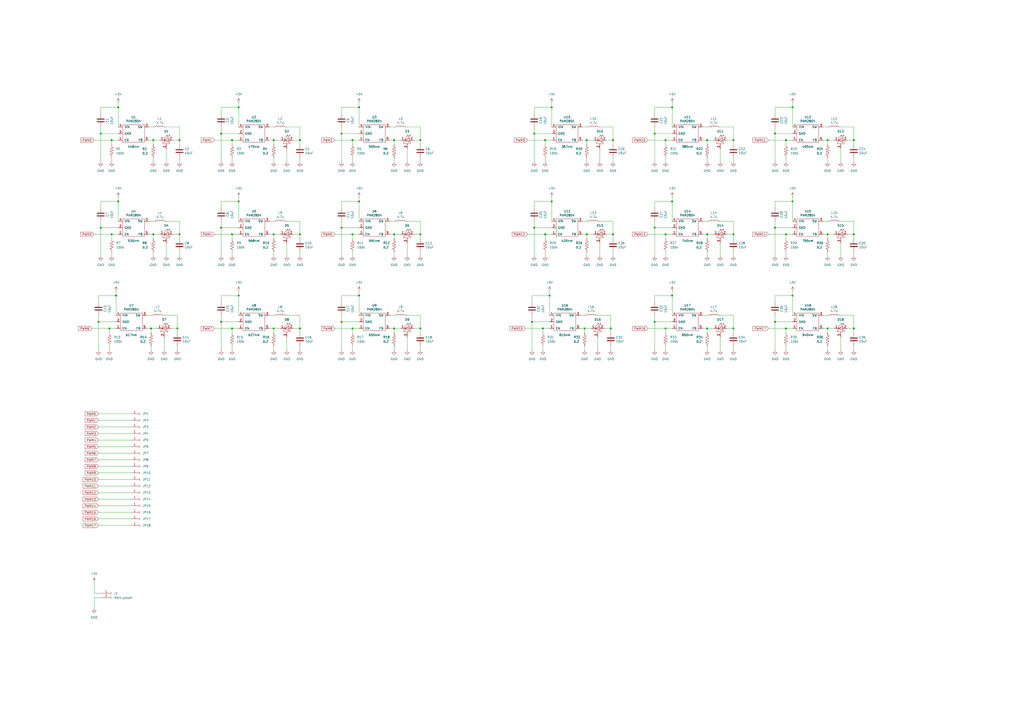
<source format=kicad_sch>
(kicad_sch (version 20231120) (generator "eeschema") (generator_version "8.0")
  (paper "A2")
  (title_block (title "Multispectral LED board"))
  (junction (at 198.12 132.08))
  (junction (at 386.08 135.89))
  (junction (at 318.77 171.45))
  (junction (at 173.99 190.5))
  (junction (at 449.58 132.08))
  (junction (at 158.75 135.89))
  (junction (at 243.84 190.5))
  (junction (at 128.27 77.47))
  (junction (at 354.33 190.5))
  (junction (at 340.36 81.28))
  (junction (at 480.06 135.89))
  (junction (at 64.77 81.28))
  (junction (at 208.28 62.23))
  (junction (at 459.74 62.23))
  (junction (at 449.58 186.69))
  (junction (at 243.84 81.28))
  (junction (at 455.93 190.5))
  (junction (at 243.84 135.89))
  (junction (at 355.6 81.28))
  (junction (at 104.14 81.28))
  (junction (at 57.15 186.69))
  (junction (at 389.89 171.45))
  (junction (at 386.08 81.28))
  (junction (at 425.45 135.89))
  (junction (at 425.45 190.5))
  (junction (at 449.58 77.47))
  (junction (at 158.75 190.5))
  (junction (at 228.6 81.28))
  (junction (at 379.73 132.08))
  (junction (at 309.88 77.47))
  (junction (at 102.87 190.5))
  (junction (at 314.96 190.5))
  (junction (at 64.77 135.89))
  (junction (at 355.6 135.89))
  (junction (at 128.27 132.08))
  (junction (at 138.43 62.23))
  (junction (at 68.58 62.23))
  (junction (at 173.99 81.28))
  (junction (at 340.36 135.89))
  (junction (at 228.6 190.5))
  (junction (at 389.89 62.23))
  (junction (at 386.08 190.5))
  (junction (at 87.63 190.5))
  (junction (at 134.62 81.28))
  (junction (at 316.23 81.28))
  (junction (at 495.3 190.5))
  (junction (at 309.88 132.08))
  (junction (at 459.74 116.84))
  (junction (at 58.42 77.47))
  (junction (at 410.21 190.5))
  (junction (at 204.47 81.28))
  (junction (at 455.93 135.89))
  (junction (at 198.12 77.47))
  (junction (at 320.04 116.84))
  (junction (at 308.61 186.69))
  (junction (at 389.89 116.84))
  (junction (at 138.43 116.84))
  (junction (at 88.9 135.89))
  (junction (at 480.06 190.5))
  (junction (at 138.43 171.45))
  (junction (at 455.93 81.28))
  (junction (at 88.9 81.28))
  (junction (at 425.45 81.28))
  (junction (at 173.99 135.89))
  (junction (at 410.21 81.28))
  (junction (at 316.23 135.89))
  (junction (at 104.14 135.89))
  (junction (at 228.6 135.89))
  (junction (at 63.5 190.5))
  (junction (at 379.73 186.69))
  (junction (at 158.75 81.28))
  (junction (at 208.28 116.84))
  (junction (at 379.73 77.47))
  (junction (at 128.27 186.69))
  (junction (at 204.47 135.89))
  (junction (at 204.47 190.5))
  (junction (at 495.3 81.28))
  (junction (at 480.06 81.28))
  (junction (at 339.09 190.5))
  (junction (at 58.42 132.08))
  (junction (at 134.62 135.89))
  (junction (at 198.12 186.69))
  (junction (at 410.21 135.89))
  (junction (at 134.62 190.5))
  (junction (at 68.58 116.84))
  (junction (at 495.3 135.89))
  (junction (at 208.28 171.45))
  (junction (at 67.31 171.45))
  (junction (at 459.74 171.45))
  (junction (at 320.04 62.23))
  (wire (pts (xy 495.3 81.28) (xy 495.3 73.66)))
  (wire (pts (xy 480.06 128.27) (xy 477.52 128.27)))
  (wire (pts (xy 59.69 346.71) (xy 54.61 346.71)))
  (wire (pts (xy 309.88 62.23) (xy 320.04 62.23)))
  (wire (pts (xy 309.88 116.84) (xy 320.04 116.84)))
  (wire (pts (xy 166.37 182.88) (xy 173.99 182.88)))
  (wire (pts (xy 198.12 77.47) (xy 198.12 93.98)))
  (wire (pts (xy 346.71 195.58) (xy 346.71 203.2)))
  (wire (pts (xy 351.79 81.28) (xy 355.6 81.28)))
  (wire (pts (xy 88.9 135.89) (xy 88.9 138.43)))
  (wire (pts (xy 104.14 135.89) (xy 104.14 128.27)))
  (wire (pts (xy 204.47 135.89) (xy 204.47 138.43)))
  (wire (pts (xy 57.15 175.26) (xy 57.15 171.45)))
  (wire (pts (xy 386.08 146.05) (xy 386.08 148.59)))
  (wire (pts (xy 57.15 274.32) (xy 76.2 274.32)))
  (wire (pts (xy 320.04 59.69) (xy 320.04 62.23)))
  (wire (pts (xy 410.21 182.88) (xy 407.67 182.88)))
  (wire (pts (xy 410.21 190.5) (xy 410.21 193.04)))
  (wire (pts (xy 308.61 175.26) (xy 308.61 171.45)))
  (wire (pts (xy 138.43 114.3) (xy 138.43 116.84)))
  (wire (pts (xy 455.93 135.89) (xy 455.93 138.43)))
  (wire (pts (xy 173.99 135.89) (xy 173.99 128.27)))
  (wire (pts (xy 495.3 91.44) (xy 495.3 93.98)))
  (wire (pts (xy 449.58 73.66) (xy 449.58 77.47)))
  (wire (pts (xy 138.43 135.89) (xy 134.62 135.89)))
  (wire (pts (xy 58.42 128.27) (xy 58.42 132.08)))
  (wire (pts (xy 198.12 171.45) (xy 208.28 171.45)))
  (wire (pts (xy 228.6 81.28) (xy 232.41 81.28)))
  (wire (pts (xy 95.25 182.88) (xy 102.87 182.88)))
  (wire (pts (xy 477.52 190.5) (xy 480.06 190.5)))
  (wire (pts (xy 158.75 91.44) (xy 158.75 93.98)))
  (wire (pts (xy 410.21 135.89) (xy 414.02 135.89)))
  (wire (pts (xy 138.43 168.91) (xy 138.43 171.45)))
  (wire (pts (xy 204.47 146.05) (xy 204.47 148.59)))
  (wire (pts (xy 173.99 81.28) (xy 173.99 73.66)))
  (wire (pts (xy 226.06 190.5) (xy 228.6 190.5)))
  (wire (pts (xy 128.27 186.69) (xy 128.27 203.2)))
  (wire (pts (xy 449.58 182.88) (xy 449.58 186.69)))
  (wire (pts (xy 340.36 81.28) (xy 344.17 81.28)))
  (wire (pts (xy 459.74 116.84) (xy 459.74 128.27)))
  (wire (pts (xy 389.89 132.08) (xy 379.73 132.08)))
  (wire (pts (xy 138.43 62.23) (xy 138.43 73.66)))
  (wire (pts (xy 228.6 91.44) (xy 228.6 93.98)))
  (wire (pts (xy 68.58 81.28) (xy 64.77 81.28)))
  (wire (pts (xy 425.45 200.66) (xy 425.45 203.2)))
  (wire (pts (xy 425.45 135.89) (xy 425.45 128.27)))
  (wire (pts (xy 194.31 190.5) (xy 204.47 190.5)))
  (wire (pts (xy 57.15 304.8) (xy 76.2 304.8)))
  (wire (pts (xy 198.12 116.84) (xy 208.28 116.84)))
  (wire (pts (xy 316.23 146.05) (xy 316.23 148.59)))
  (wire (pts (xy 389.89 171.45) (xy 389.89 182.88)))
  (wire (pts (xy 309.88 66.04) (xy 309.88 62.23)))
  (wire (pts (xy 96.52 86.36) (xy 96.52 93.98)))
  (wire (pts (xy 236.22 128.27) (xy 243.84 128.27)))
  (wire (pts (xy 236.22 140.97) (xy 236.22 148.59)))
  (wire (pts (xy 449.58 175.26) (xy 449.58 171.45)))
  (wire (pts (xy 134.62 81.28) (xy 134.62 83.82)))
  (wire (pts (xy 480.06 73.66) (xy 477.52 73.66)))
  (wire (pts (xy 480.06 200.66) (xy 480.06 203.2)))
  (wire (pts (xy 309.88 120.65) (xy 309.88 116.84)))
  (wire (pts (xy 57.15 297.18) (xy 76.2 297.18)))
  (wire (pts (xy 236.22 73.66) (xy 243.84 73.66)))
  (wire (pts (xy 309.88 77.47) (xy 309.88 93.98)))
  (wire (pts (xy 194.31 81.28) (xy 204.47 81.28)))
  (wire (pts (xy 340.36 73.66) (xy 337.82 73.66)))
  (wire (pts (xy 173.99 135.89) (xy 173.99 138.43)))
  (wire (pts (xy 340.36 135.89) (xy 344.17 135.89)))
  (wire (pts (xy 173.99 190.5) (xy 173.99 193.04)))
  (wire (pts (xy 57.15 278.13) (xy 76.2 278.13)))
  (wire (pts (xy 318.77 190.5) (xy 314.96 190.5)))
  (wire (pts (xy 309.88 132.08) (xy 309.88 148.59)))
  (wire (pts (xy 58.42 66.04) (xy 58.42 62.23)))
  (wire (pts (xy 208.28 190.5) (xy 204.47 190.5)))
  (wire (pts (xy 208.28 62.23) (xy 208.28 73.66)))
  (wire (pts (xy 173.99 200.66) (xy 173.99 203.2)))
  (wire (pts (xy 158.75 73.66) (xy 156.21 73.66)))
  (wire (pts (xy 337.82 81.28) (xy 340.36 81.28)))
  (wire (pts (xy 228.6 81.28) (xy 228.6 83.82)))
  (wire (pts (xy 88.9 81.28) (xy 88.9 83.82)))
  (wire (pts (xy 417.83 140.97) (xy 417.83 148.59)))
  (wire (pts (xy 58.42 132.08) (xy 58.42 148.59)))
  (wire (pts (xy 389.89 116.84) (xy 389.89 128.27)))
  (wire (pts (xy 138.43 171.45) (xy 138.43 182.88)))
  (wire (pts (xy 208.28 114.3) (xy 208.28 116.84)))
  (wire (pts (xy 389.89 114.3) (xy 389.89 116.84)))
  (wire (pts (xy 449.58 171.45) (xy 459.74 171.45)))
  (wire (pts (xy 243.84 81.28) (xy 243.84 73.66)))
  (wire (pts (xy 166.37 140.97) (xy 166.37 148.59)))
  (wire (pts (xy 347.98 86.36) (xy 347.98 93.98)))
  (wire (pts (xy 236.22 195.58) (xy 236.22 203.2)))
  (wire (pts (xy 417.83 195.58) (xy 417.83 203.2)))
  (wire (pts (xy 449.58 116.84) (xy 459.74 116.84)))
  (wire (pts (xy 158.75 190.5) (xy 162.56 190.5)))
  (wire (pts (xy 314.96 200.66) (xy 314.96 203.2)))
  (wire (pts (xy 459.74 186.69) (xy 449.58 186.69)))
  (wire (pts (xy 57.15 247.65) (xy 76.2 247.65)))
  (wire (pts (xy 389.89 59.69) (xy 389.89 62.23)))
  (wire (pts (xy 320.04 77.47) (xy 309.88 77.47)))
  (wire (pts (xy 208.28 77.47) (xy 198.12 77.47)))
  (wire (pts (xy 410.21 73.66) (xy 407.67 73.66)))
  (wire (pts (xy 318.77 186.69) (xy 308.61 186.69)))
  (wire (pts (xy 57.15 285.75) (xy 76.2 285.75)))
  (wire (pts (xy 355.6 81.28) (xy 355.6 73.66)))
  (wire (pts (xy 318.77 168.91) (xy 318.77 171.45)))
  (wire (pts (xy 128.27 171.45) (xy 138.43 171.45)))
  (wire (pts (xy 410.21 81.28) (xy 410.21 83.82)))
  (wire (pts (xy 379.73 66.04) (xy 379.73 62.23)))
  (wire (pts (xy 57.15 281.94) (xy 76.2 281.94)))
  (wire (pts (xy 449.58 186.69) (xy 449.58 203.2)))
  (wire (pts (xy 226.06 81.28) (xy 228.6 81.28)))
  (wire (pts (xy 64.77 91.44) (xy 64.77 93.98)))
  (wire (pts (xy 379.73 62.23) (xy 389.89 62.23)))
  (wire (pts (xy 339.09 200.66) (xy 339.09 203.2)))
  (wire (pts (xy 379.73 186.69) (xy 379.73 203.2)))
  (wire (pts (xy 407.67 135.89) (xy 410.21 135.89)))
  (wire (pts (xy 425.45 81.28) (xy 425.45 83.82)))
  (wire (pts (xy 421.64 135.89) (xy 425.45 135.89)))
  (wire (pts (xy 58.42 62.23) (xy 68.58 62.23)))
  (wire (pts (xy 455.93 91.44) (xy 455.93 93.98)))
  (wire (pts (xy 54.61 81.28) (xy 64.77 81.28)))
  (wire (pts (xy 425.45 135.89) (xy 425.45 138.43)))
  (wire (pts (xy 87.63 190.5) (xy 87.63 193.04)))
  (wire (pts (xy 491.49 135.89) (xy 495.3 135.89)))
  (wire (pts (xy 124.46 135.89) (xy 134.62 135.89)))
  (wire (pts (xy 138.43 59.69) (xy 138.43 62.23)))
  (wire (pts (xy 379.73 175.26) (xy 379.73 171.45)))
  (wire (pts (xy 204.47 91.44) (xy 204.47 93.98)))
  (wire (pts (xy 379.73 132.08) (xy 379.73 148.59)))
  (wire (pts (xy 104.14 91.44) (xy 104.14 93.98)))
  (wire (pts (xy 379.73 77.47) (xy 379.73 93.98)))
  (wire (pts (xy 57.15 293.37) (xy 76.2 293.37)))
  (wire (pts (xy 228.6 200.66) (xy 228.6 203.2)))
  (wire (pts (xy 425.45 190.5) (xy 425.45 193.04)))
  (wire (pts (xy 459.74 132.08) (xy 449.58 132.08)))
  (wire (pts (xy 198.12 120.65) (xy 198.12 116.84)))
  (wire (pts (xy 459.74 171.45) (xy 459.74 182.88)))
  (wire (pts (xy 459.74 59.69) (xy 459.74 62.23)))
  (wire (pts (xy 355.6 91.44) (xy 355.6 93.98)))
  (wire (pts (xy 487.68 140.97) (xy 487.68 148.59)))
  (wire (pts (xy 158.75 135.89) (xy 158.75 138.43)))
  (wire (pts (xy 480.06 190.5) (xy 480.06 193.04)))
  (wire (pts (xy 445.77 190.5) (xy 455.93 190.5)))
  (wire (pts (xy 128.27 175.26) (xy 128.27 171.45)))
  (wire (pts (xy 158.75 128.27) (xy 156.21 128.27)))
  (wire (pts (xy 124.46 81.28) (xy 134.62 81.28)))
  (wire (pts (xy 389.89 186.69) (xy 379.73 186.69)))
  (wire (pts (xy 459.74 62.23) (xy 459.74 73.66)))
  (wire (pts (xy 445.77 135.89) (xy 455.93 135.89)))
  (wire (pts (xy 96.52 140.97) (xy 96.52 148.59)))
  (wire (pts (xy 58.42 120.65) (xy 58.42 116.84)))
  (wire (pts (xy 340.36 146.05) (xy 340.36 148.59)))
  (wire (pts (xy 128.27 120.65) (xy 128.27 116.84)))
  (wire (pts (xy 85.09 190.5) (xy 87.63 190.5)))
  (wire (pts (xy 128.27 182.88) (xy 128.27 186.69)))
  (wire (pts (xy 63.5 200.66) (xy 63.5 203.2)))
  (wire (pts (xy 158.75 200.66) (xy 158.75 203.2)))
  (wire (pts (xy 88.9 128.27) (xy 86.36 128.27)))
  (wire (pts (xy 54.61 135.89) (xy 64.77 135.89)))
  (wire (pts (xy 228.6 190.5) (xy 228.6 193.04)))
  (wire (pts (xy 375.92 81.28) (xy 386.08 81.28)))
  (wire (pts (xy 354.33 190.5) (xy 354.33 193.04)))
  (wire (pts (xy 158.75 81.28) (xy 162.56 81.28)))
  (wire (pts (xy 128.27 66.04) (xy 128.27 62.23)))
  (wire (pts (xy 316.23 81.28) (xy 316.23 83.82)))
  (wire (pts (xy 355.6 81.28) (xy 355.6 83.82)))
  (wire (pts (xy 198.12 66.04) (xy 198.12 62.23)))
  (wire (pts (xy 128.27 116.84) (xy 138.43 116.84)))
  (wire (pts (xy 495.3 190.5) (xy 495.3 182.88)))
  (wire (pts (xy 95.25 195.58) (xy 95.25 203.2)))
  (wire (pts (xy 386.08 91.44) (xy 386.08 93.98)))
  (wire (pts (xy 228.6 73.66) (xy 226.06 73.66)))
  (wire (pts (xy 316.23 91.44) (xy 316.23 93.98)))
  (wire (pts (xy 410.21 91.44) (xy 410.21 93.98)))
  (wire (pts (xy 64.77 146.05) (xy 64.77 148.59)))
  (wire (pts (xy 54.61 346.71) (xy 54.61 353.06)))
  (wire (pts (xy 386.08 190.5) (xy 386.08 193.04)))
  (wire (pts (xy 64.77 135.89) (xy 64.77 138.43)))
  (wire (pts (xy 407.67 81.28) (xy 410.21 81.28)))
  (wire (pts (xy 198.12 73.66) (xy 198.12 77.47)))
  (wire (pts (xy 102.87 190.5) (xy 102.87 193.04)))
  (wire (pts (xy 104.14 146.05) (xy 104.14 148.59)))
  (wire (pts (xy 138.43 190.5) (xy 134.62 190.5)))
  (wire (pts (xy 67.31 190.5) (xy 63.5 190.5)))
  (wire (pts (xy 243.84 81.28) (xy 243.84 83.82)))
  (wire (pts (xy 240.03 190.5) (xy 243.84 190.5)))
  (wire (pts (xy 88.9 81.28) (xy 92.71 81.28)))
  (wire (pts (xy 134.62 135.89) (xy 134.62 138.43)))
  (wire (pts (xy 410.21 128.27) (xy 407.67 128.27)))
  (wire (pts (xy 309.88 73.66) (xy 309.88 77.47)))
  (wire (pts (xy 449.58 128.27) (xy 449.58 132.08)))
  (wire (pts (xy 104.14 81.28) (xy 104.14 73.66)))
  (wire (pts (xy 449.58 132.08) (xy 449.58 148.59)))
  (wire (pts (xy 53.34 190.5) (xy 63.5 190.5)))
  (wire (pts (xy 320.04 135.89) (xy 316.23 135.89)))
  (wire (pts (xy 88.9 73.66) (xy 86.36 73.66)))
  (wire (pts (xy 228.6 182.88) (xy 226.06 182.88)))
  (wire (pts (xy 243.84 91.44) (xy 243.84 93.98)))
  (wire (pts (xy 425.45 81.28) (xy 425.45 73.66)))
  (wire (pts (xy 459.74 81.28) (xy 455.93 81.28)))
  (wire (pts (xy 173.99 91.44) (xy 173.99 93.98)))
  (wire (pts (xy 173.99 190.5) (xy 173.99 182.88)))
  (wire (pts (xy 487.68 73.66) (xy 495.3 73.66)))
  (wire (pts (xy 228.6 190.5) (xy 232.41 190.5)))
  (wire (pts (xy 459.74 114.3) (xy 459.74 116.84)))
  (wire (pts (xy 236.22 182.88) (xy 243.84 182.88)))
  (wire (pts (xy 389.89 62.23) (xy 389.89 73.66)))
  (wire (pts (xy 128.27 128.27) (xy 128.27 132.08)))
  (wire (pts (xy 487.68 182.88) (xy 495.3 182.88)))
  (wire (pts (xy 495.3 200.66) (xy 495.3 203.2)))
  (wire (pts (xy 480.06 146.05) (xy 480.06 148.59)))
  (wire (pts (xy 491.49 190.5) (xy 495.3 190.5)))
  (wire (pts (xy 421.64 190.5) (xy 425.45 190.5)))
  (wire (pts (xy 340.36 91.44) (xy 340.36 93.98)))
  (wire (pts (xy 64.77 81.28) (xy 64.77 83.82)))
  (wire (pts (xy 198.12 132.08) (xy 198.12 148.59)))
  (wire (pts (xy 236.22 86.36) (xy 236.22 93.98)))
  (wire (pts (xy 347.98 128.27) (xy 355.6 128.27)))
  (wire (pts (xy 346.71 182.88) (xy 354.33 182.88)))
  (wire (pts (xy 156.21 135.89) (xy 158.75 135.89)))
  (wire (pts (xy 68.58 114.3) (xy 68.58 116.84)))
  (wire (pts (xy 320.04 132.08) (xy 309.88 132.08)))
  (wire (pts (xy 166.37 86.36) (xy 166.37 93.98)))
  (wire (pts (xy 104.14 135.89) (xy 104.14 138.43)))
  (wire (pts (xy 68.58 62.23) (xy 68.58 73.66)))
  (wire (pts (xy 455.93 146.05) (xy 455.93 148.59)))
  (wire (pts (xy 410.21 190.5) (xy 414.02 190.5)))
  (wire (pts (xy 449.58 120.65) (xy 449.58 116.84)))
  (wire (pts (xy 480.06 81.28) (xy 483.87 81.28)))
  (wire (pts (xy 57.15 259.08) (xy 76.2 259.08)))
  (wire (pts (xy 389.89 190.5) (xy 386.08 190.5)))
  (wire (pts (xy 138.43 77.47) (xy 128.27 77.47)))
  (wire (pts (xy 208.28 135.89) (xy 204.47 135.89)))
  (wire (pts (xy 425.45 190.5) (xy 425.45 182.88)))
  (wire (pts (xy 57.15 186.69) (xy 57.15 203.2)))
  (wire (pts (xy 379.73 182.88) (xy 379.73 186.69)))
  (wire (pts (xy 480.06 135.89) (xy 483.87 135.89)))
  (wire (pts (xy 339.09 182.88) (xy 336.55 182.88)))
  (wire (pts (xy 354.33 190.5) (xy 354.33 182.88)))
  (wire (pts (xy 208.28 116.84) (xy 208.28 128.27)))
  (wire (pts (xy 449.58 77.47) (xy 449.58 93.98)))
  (wire (pts (xy 134.62 91.44) (xy 134.62 93.98)))
  (wire (pts (xy 386.08 81.28) (xy 386.08 83.82)))
  (wire (pts (xy 58.42 116.84) (xy 68.58 116.84)))
  (wire (pts (xy 138.43 116.84) (xy 138.43 128.27)))
  (wire (pts (xy 347.98 140.97) (xy 347.98 148.59)))
  (wire (pts (xy 87.63 190.5) (xy 91.44 190.5)))
  (wire (pts (xy 243.84 135.89) (xy 243.84 138.43)))
  (wire (pts (xy 308.61 186.69) (xy 308.61 203.2)))
  (wire (pts (xy 477.52 135.89) (xy 480.06 135.89)))
  (wire (pts (xy 306.07 135.89) (xy 316.23 135.89)))
  (wire (pts (xy 86.36 81.28) (xy 88.9 81.28)))
  (wire (pts (xy 57.15 171.45) (xy 67.31 171.45)))
  (wire (pts (xy 134.62 190.5) (xy 134.62 193.04)))
  (wire (pts (xy 87.63 182.88) (xy 85.09 182.88)))
  (wire (pts (xy 477.52 81.28) (xy 480.06 81.28)))
  (wire (pts (xy 208.28 59.69) (xy 208.28 62.23)))
  (wire (pts (xy 243.84 200.66) (xy 243.84 203.2)))
  (wire (pts (xy 57.15 289.56) (xy 76.2 289.56)))
  (wire (pts (xy 57.15 270.51) (xy 76.2 270.51)))
  (wire (pts (xy 389.89 135.89) (xy 386.08 135.89)))
  (wire (pts (xy 68.58 116.84) (xy 68.58 128.27)))
  (wire (pts (xy 158.75 190.5) (xy 158.75 193.04)))
  (wire (pts (xy 495.3 190.5) (xy 495.3 193.04)))
  (wire (pts (xy 320.04 114.3) (xy 320.04 116.84)))
  (wire (pts (xy 320.04 62.23) (xy 320.04 73.66)))
  (wire (pts (xy 340.36 81.28) (xy 340.36 83.82)))
  (wire (pts (xy 228.6 135.89) (xy 228.6 138.43)))
  (wire (pts (xy 67.31 186.69) (xy 57.15 186.69)))
  (wire (pts (xy 96.52 128.27) (xy 104.14 128.27)))
  (wire (pts (xy 243.84 190.5) (xy 243.84 182.88)))
  (wire (pts (xy 355.6 135.89) (xy 355.6 138.43)))
  (wire (pts (xy 320.04 81.28) (xy 316.23 81.28)))
  (wire (pts (xy 198.12 186.69) (xy 198.12 203.2)))
  (wire (pts (xy 158.75 146.05) (xy 158.75 148.59)))
  (wire (pts (xy 425.45 146.05) (xy 425.45 148.59)))
  (wire (pts (xy 134.62 146.05) (xy 134.62 148.59)))
  (wire (pts (xy 336.55 190.5) (xy 339.09 190.5)))
  (wire (pts (xy 166.37 195.58) (xy 166.37 203.2)))
  (wire (pts (xy 96.52 73.66) (xy 104.14 73.66)))
  (wire (pts (xy 480.06 91.44) (xy 480.06 93.98)))
  (wire (pts (xy 389.89 81.28) (xy 386.08 81.28)))
  (wire (pts (xy 449.58 62.23) (xy 459.74 62.23)))
  (wire (pts (xy 340.36 135.89) (xy 340.36 138.43)))
  (wire (pts (xy 355.6 146.05) (xy 355.6 148.59)))
  (wire (pts (xy 455.93 190.5) (xy 455.93 193.04)))
  (wire (pts (xy 208.28 81.28) (xy 204.47 81.28)))
  (wire (pts (xy 351.79 135.89) (xy 355.6 135.89)))
  (wire (pts (xy 240.03 135.89) (xy 243.84 135.89)))
  (wire (pts (xy 204.47 200.66) (xy 204.47 203.2)))
  (wire (pts (xy 134.62 200.66) (xy 134.62 203.2)))
  (wire (pts (xy 100.33 81.28) (xy 104.14 81.28)))
  (wire (pts (xy 495.3 146.05) (xy 495.3 148.59)))
  (wire (pts (xy 410.21 146.05) (xy 410.21 148.59)))
  (wire (pts (xy 58.42 73.66) (xy 58.42 77.47)))
  (wire (pts (xy 138.43 132.08) (xy 128.27 132.08)))
  (wire (pts (xy 104.14 81.28) (xy 104.14 83.82)))
  (wire (pts (xy 100.33 135.89) (xy 104.14 135.89)))
  (wire (pts (xy 198.12 182.88) (xy 198.12 186.69)))
  (wire (pts (xy 243.84 135.89) (xy 243.84 128.27)))
  (wire (pts (xy 57.15 266.7) (xy 76.2 266.7)))
  (wire (pts (xy 128.27 132.08) (xy 128.27 148.59)))
  (wire (pts (xy 339.09 190.5) (xy 339.09 193.04)))
  (wire (pts (xy 124.46 190.5) (xy 134.62 190.5)))
  (wire (pts (xy 194.31 135.89) (xy 204.47 135.89)))
  (wire (pts (xy 128.27 73.66) (xy 128.27 77.47)))
  (wire (pts (xy 67.31 168.91) (xy 67.31 171.45)))
  (wire (pts (xy 158.75 182.88) (xy 156.21 182.88)))
  (wire (pts (xy 198.12 62.23) (xy 208.28 62.23)))
  (wire (pts (xy 208.28 132.08) (xy 198.12 132.08)))
  (wire (pts (xy 57.15 255.27) (xy 76.2 255.27)))
  (wire (pts (xy 445.77 81.28) (xy 455.93 81.28)))
  (wire (pts (xy 240.03 81.28) (xy 243.84 81.28)))
  (wire (pts (xy 347.98 73.66) (xy 355.6 73.66)))
  (wire (pts (xy 87.63 200.66) (xy 87.63 203.2)))
  (wire (pts (xy 57.15 243.84) (xy 76.2 243.84)))
  (wire (pts (xy 86.36 135.89) (xy 88.9 135.89)))
  (wire (pts (xy 170.18 81.28) (xy 173.99 81.28)))
  (wire (pts (xy 88.9 91.44) (xy 88.9 93.98)))
  (wire (pts (xy 102.87 200.66) (xy 102.87 203.2)))
  (wire (pts (xy 68.58 135.89) (xy 64.77 135.89)))
  (wire (pts (xy 228.6 146.05) (xy 228.6 148.59)))
  (wire (pts (xy 128.27 77.47) (xy 128.27 93.98)))
  (wire (pts (xy 425.45 91.44) (xy 425.45 93.98)))
  (wire (pts (xy 58.42 77.47) (xy 58.42 93.98)))
  (wire (pts (xy 228.6 128.27) (xy 226.06 128.27)))
  (wire (pts (xy 318.77 171.45) (xy 318.77 182.88)))
  (wire (pts (xy 379.73 171.45) (xy 389.89 171.45)))
  (wire (pts (xy 459.74 77.47) (xy 449.58 77.47)))
  (wire (pts (xy 306.07 81.28) (xy 316.23 81.28)))
  (wire (pts (xy 170.18 135.89) (xy 173.99 135.89)))
  (wire (pts (xy 68.58 132.08) (xy 58.42 132.08)))
  (wire (pts (xy 170.18 190.5) (xy 173.99 190.5)))
  (wire (pts (xy 459.74 135.89) (xy 455.93 135.89)))
  (wire (pts (xy 208.28 171.45) (xy 208.28 182.88)))
  (wire (pts (xy 57.15 262.89) (xy 76.2 262.89)))
  (wire (pts (xy 449.58 66.04) (xy 449.58 62.23)))
  (wire (pts (xy 309.88 128.27) (xy 309.88 132.08)))
  (wire (pts (xy 459.74 190.5) (xy 455.93 190.5)))
  (wire (pts (xy 67.31 171.45) (xy 67.31 182.88)))
  (wire (pts (xy 57.15 240.03) (xy 76.2 240.03)))
  (wire (pts (xy 379.73 128.27) (xy 379.73 132.08)))
  (wire (pts (xy 68.58 59.69) (xy 68.58 62.23)))
  (wire (pts (xy 102.87 190.5) (xy 102.87 182.88)))
  (wire (pts (xy 354.33 200.66) (xy 354.33 203.2)))
  (wire (pts (xy 316.23 135.89) (xy 316.23 138.43)))
  (wire (pts (xy 158.75 135.89) (xy 162.56 135.89)))
  (wire (pts (xy 379.73 116.84) (xy 389.89 116.84)))
  (wire (pts (xy 495.3 81.28) (xy 495.3 83.82)))
  (wire (pts (xy 166.37 73.66) (xy 173.99 73.66)))
  (wire (pts (xy 54.61 337.82) (xy 54.61 344.17)))
  (wire (pts (xy 308.61 182.88) (xy 308.61 186.69)))
  (wire (pts (xy 417.83 86.36) (xy 417.83 93.98)))
  (wire (pts (xy 320.04 116.84) (xy 320.04 128.27)))
  (wire (pts (xy 417.83 128.27) (xy 425.45 128.27)))
  (wire (pts (xy 304.8 190.5) (xy 314.96 190.5)))
  (wire (pts (xy 375.92 135.89) (xy 386.08 135.89)))
  (wire (pts (xy 63.5 190.5) (xy 63.5 193.04)))
  (wire (pts (xy 480.06 190.5) (xy 483.87 190.5)))
  (wire (pts (xy 166.37 128.27) (xy 173.99 128.27)))
  (wire (pts (xy 198.12 128.27) (xy 198.12 132.08)))
  (wire (pts (xy 138.43 81.28) (xy 134.62 81.28)))
  (wire (pts (xy 204.47 190.5) (xy 204.47 193.04)))
  (wire (pts (xy 173.99 81.28) (xy 173.99 83.82)))
  (wire (pts (xy 487.68 195.58) (xy 487.68 203.2)))
  (wire (pts (xy 480.06 81.28) (xy 480.06 83.82)))
  (wire (pts (xy 243.84 190.5) (xy 243.84 193.04)))
  (wire (pts (xy 495.3 135.89) (xy 495.3 138.43)))
  (wire (pts (xy 407.67 190.5) (xy 410.21 190.5)))
  (wire (pts (xy 226.06 135.89) (xy 228.6 135.89)))
  (wire (pts (xy 208.28 168.91) (xy 208.28 171.45)))
  (wire (pts (xy 379.73 73.66) (xy 379.73 77.47)))
  (wire (pts (xy 158.75 81.28) (xy 158.75 83.82)))
  (wire (pts (xy 480.06 135.89) (xy 480.06 138.43)))
  (wire (pts (xy 389.89 77.47) (xy 379.73 77.47)))
  (wire (pts (xy 198.12 175.26) (xy 198.12 171.45)))
  (wire (pts (xy 128.27 62.23) (xy 138.43 62.23)))
  (wire (pts (xy 491.49 81.28) (xy 495.3 81.28)))
  (wire (pts (xy 410.21 81.28) (xy 414.02 81.28)))
  (wire (pts (xy 386.08 200.66) (xy 386.08 203.2)))
  (wire (pts (xy 487.68 86.36) (xy 487.68 93.98)))
  (wire (pts (xy 379.73 120.65) (xy 379.73 116.84)))
  (wire (pts (xy 54.61 344.17) (xy 59.69 344.17)))
  (wire (pts (xy 375.92 190.5) (xy 386.08 190.5)))
  (wire (pts (xy 386.08 135.89) (xy 386.08 138.43)))
  (wire (pts (xy 57.15 182.88) (xy 57.15 186.69)))
  (wire (pts (xy 417.83 182.88) (xy 425.45 182.88)))
  (wire (pts (xy 410.21 135.89) (xy 410.21 138.43)))
  (wire (pts (xy 459.74 168.91) (xy 459.74 171.45)))
  (wire (pts (xy 156.21 81.28) (xy 158.75 81.28)))
  (wire (pts (xy 88.9 135.89) (xy 92.71 135.89)))
  (wire (pts (xy 57.15 300.99) (xy 76.2 300.99)))
  (wire (pts (xy 208.28 186.69) (xy 198.12 186.69)))
  (wire (pts (xy 389.89 168.91) (xy 389.89 171.45)))
  (wire (pts (xy 340.36 128.27) (xy 337.82 128.27)))
  (wire (pts (xy 337.82 135.89) (xy 340.36 135.89)))
  (wire (pts (xy 339.09 190.5) (xy 342.9 190.5)))
  (wire (pts (xy 314.96 190.5) (xy 314.96 193.04)))
  (wire (pts (xy 68.58 77.47) (xy 58.42 77.47)))
  (wire (pts (xy 480.06 182.88) (xy 477.52 182.88)))
  (wire (pts (xy 99.06 190.5) (xy 102.87 190.5)))
  (wire (pts (xy 243.84 146.05) (xy 243.84 148.59)))
  (wire (pts (xy 350.52 190.5) (xy 354.33 190.5)))
  (wire (pts (xy 57.15 251.46) (xy 76.2 251.46)))
  (wire (pts (xy 410.21 200.66) (xy 410.21 203.2)))
  (wire (pts (xy 308.61 171.45) (xy 318.77 171.45)))
  (wire (pts (xy 495.3 135.89) (xy 495.3 128.27)))
  (wire (pts (xy 204.47 81.28) (xy 204.47 83.82)))
  (wire (pts (xy 173.99 146.05) (xy 173.99 148.59)))
  (wire (pts (xy 455.93 81.28) (xy 455.93 83.82)))
  (wire (pts (xy 421.64 81.28) (xy 425.45 81.28)))
  (wire (pts (xy 88.9 146.05) (xy 88.9 148.59)))
  (wire (pts (xy 487.68 128.27) (xy 495.3 128.27)))
  (wire (pts (xy 455.93 200.66) (xy 455.93 203.2)))
  (wire (pts (xy 156.21 190.5) (xy 158.75 190.5)))
  (wire (pts (xy 228.6 135.89) (xy 232.41 135.89)))
  (wire (pts (xy 138.43 186.69) (xy 128.27 186.69)))
  (wire (pts (xy 355.6 135.89) (xy 355.6 128.27)))
  (wire (pts (xy 417.83 73.66) (xy 425.45 73.66)))
  (global_label "PWM12" (shape input) (at 57.15 285.75 180) (property "Intersheetrefs" "${INTERSHEET_REFS}" (effects (hide yes))))
  (global_label "PWM11" (shape input) (at 445.77 81.28 180) (property "Intersheetrefs" "${INTERSHEET_REFS}" (effects (hide yes))))
  (global_label "PWM4" (shape input) (at 57.15 255.27 180) (property "Intersheetrefs" "${INTERSHEET_REFS}" (effects (hide yes))))
  (global_label "PWM12" (shape input) (at 306.07 135.89 180) (property "Intersheetrefs" "${INTERSHEET_REFS}" (effects (hide yes))))
  (global_label "PWM17" (shape input) (at 57.15 304.8 180) (property "Intersheetrefs" "${INTERSHEET_REFS}" (effects (hide yes))))
  (global_label "PWM8" (shape input) (at 57.15 270.51 180) (property "Intersheetrefs" "${INTERSHEET_REFS}" (effects (hide yes))))
  (global_label "PWM2" (shape input) (at 57.15 247.65 180) (property "Intersheetrefs" "${INTERSHEET_REFS}" (effects (hide yes))))
  (global_label "PWM2" (shape input) (at 194.31 81.28 180) (property "Intersheetrefs" "${INTERSHEET_REFS}" (effects (hide yes))))
  (global_label "PWM3" (shape input) (at 54.61 135.89 180) (property "Intersheetrefs" "${INTERSHEET_REFS}" (effects (hide yes))))
  (global_label "PWM4" (shape input) (at 124.46 135.89 180) (property "Intersheetrefs" "${INTERSHEET_REFS}" (effects (hide yes))))
  (global_label "PWM10" (shape input) (at 375.92 81.28 180) (property "Intersheetrefs" "${INTERSHEET_REFS}" (effects (hide yes))))
  (global_label "PWM16" (shape input) (at 57.15 300.99 180) (property "Intersheetrefs" "${INTERSHEET_REFS}" (effects (hide yes))))
  (global_label "PWM13" (shape input) (at 375.92 135.89 180) (property "Intersheetrefs" "${INTERSHEET_REFS}" (effects (hide yes))))
  (global_label "PWM15" (shape input) (at 304.8 190.5 180) (property "Intersheetrefs" "${INTERSHEET_REFS}" (effects (hide yes))))
  (global_label "PWM0" (shape input) (at 54.61 81.28 180) (property "Intersheetrefs" "${INTERSHEET_REFS}" (effects (hide yes))))
  (global_label "PWM0" (shape input) (at 57.15 240.03 180) (property "Intersheetrefs" "${INTERSHEET_REFS}" (effects (hide yes))))
  (global_label "PWM16" (shape input) (at 375.92 190.5 180) (property "Intersheetrefs" "${INTERSHEET_REFS}" (effects (hide yes))))
  (global_label "PWM9" (shape input) (at 57.15 274.32 180) (property "Intersheetrefs" "${INTERSHEET_REFS}" (effects (hide yes))))
  (global_label "PWM5" (shape input) (at 194.31 135.89 180) (property "Intersheetrefs" "${INTERSHEET_REFS}" (effects (hide yes))))
  (global_label "PWM9" (shape input) (at 306.07 81.28 180) (property "Intersheetrefs" "${INTERSHEET_REFS}" (effects (hide yes))))
  (global_label "PWM7" (shape input) (at 124.46 190.5 180) (property "Intersheetrefs" "${INTERSHEET_REFS}" (effects (hide yes))))
  (global_label "PWM6" (shape input) (at 57.15 262.89 180) (property "Intersheetrefs" "${INTERSHEET_REFS}" (effects (hide yes))))
  (global_label "PWM8" (shape input) (at 194.31 190.5 180) (property "Intersheetrefs" "${INTERSHEET_REFS}" (effects (hide yes))))
  (global_label "PWM14" (shape input) (at 57.15 293.37 180) (property "Intersheetrefs" "${INTERSHEET_REFS}" (effects (hide yes))))
  (global_label "PWM11" (shape input) (at 57.15 281.94 180) (property "Intersheetrefs" "${INTERSHEET_REFS}" (effects (hide yes))))
  (global_label "PWM1" (shape input) (at 124.46 81.28 180) (property "Intersheetrefs" "${INTERSHEET_REFS}" (effects (hide yes))))
  (global_label "PWM13" (shape input) (at 57.15 289.56 180) (property "Intersheetrefs" "${INTERSHEET_REFS}" (effects (hide yes))))
  (global_label "PWM1" (shape input) (at 57.15 243.84 180) (property "Intersheetrefs" "${INTERSHEET_REFS}" (effects (hide yes))))
  (global_label "PWM7" (shape input) (at 57.15 266.7 180) (property "Intersheetrefs" "${INTERSHEET_REFS}" (effects (hide yes))))
  (global_label "PWM14" (shape input) (at 445.77 135.89 180) (property "Intersheetrefs" "${INTERSHEET_REFS}" (effects (hide yes))))
  (global_label "PWM17" (shape input) (at 445.77 190.5 180) (property "Intersheetrefs" "${INTERSHEET_REFS}" (effects (hide yes))))
  (global_label "PWM3" (shape input) (at 57.15 251.46 180) (property "Intersheetrefs" "${INTERSHEET_REFS}" (effects (hide yes))))
  (global_label "PWM10" (shape input) (at 57.15 278.13 180) (property "Intersheetrefs" "${INTERSHEET_REFS}" (effects (hide yes))))
  (global_label "PWM15" (shape input) (at 57.15 297.18 180) (property "Intersheetrefs" "${INTERSHEET_REFS}" (effects (hide yes))))
  (global_label "PWM5" (shape input) (at 57.15 259.08 180) (property "Intersheetrefs" "${INTERSHEET_REFS}" (effects (hide yes))))
  (global_label "PWM6" (shape input) (at 53.34 190.5 180) (property "Intersheetrefs" "${INTERSHEET_REFS}" (effects (hide yes))))
  (symbol (lib_id "MultiSpectLED:LED_PAD") (at 96.52 81.28 0) (unit 1)
    (property "Reference" "D1" (at 96.52 76.2 0))
    (property "Value" "448nm" (at 77.47 85.09 0))
    (property "Footprint" "MultiSpectLED:LuxeonRebelColor" (effects (hide yes)))
    (property "Digikey Part Number" "1416-1026-1-ND" (effects (hide yes)))
  )
  (symbol (lib_id "MultiSpectLED:PAM2804") (at 77.47 76.2 0) (unit 1)
    (property "Reference" "U1" (at 77.47 67.945 0))
    (property "Value" "PAM2804" (at 77.47 70.2564 0))
    (property "Footprint" "MultiSpectLED:SOT-23-5" (effects (hide yes)))
    (property "Digikey Part Number" "PAM2804AAB010DICT-ND" (effects (hide yes)))
  )
  (symbol (lib_id "MultiSpectLED:L") (at 92.71 73.66 90) (unit 1)
    (property "Reference" "L1" (at 92.71 68.834 90))
    (property "Value" "4.7u" (at 92.71 71.1454 90))
    (property "Footprint" "MultiSpectLED:L_1007_2518Metric" (effects (hide yes)))
    (property "Digikey Part Number" "587-1621-1-ND" (effects (hide yes)))
  )
  (symbol (lib_id "MultiSpectLED:C") (at 104.14 87.63 0) (unit 1)
    (property "Reference" "C2" (at 107.061 86.4616 0) (effects (justify left)))
    (property "Value" "10uF" (at 107.061 88.773 0) (effects (justify left)))
    (property "Footprint" "MultiSpectLED:C_0805_2012Metric" (effects (hide yes)))
    (property "Digikey Part Number" "490-3886-1-ND" (effects (hide yes)))
  )
  (symbol (lib_id "MultiSpectLED:C") (at 58.42 69.85 180) (unit 1)
    (property "Reference" "C1" (at 62.23 69.85 90))
    (property "Value" "10uF" (at 64.77 69.85 90))
    (property "Footprint" "MultiSpectLED:C_0805_2012Metric" (effects (hide yes)))
    (property "Digikey Part Number" "490-3886-1-ND" (effects (hide yes)))
  )
  (symbol (lib_id "power:GND") (at 340.36 93.98 0) (unit 1)
    (property "Reference" "#PWR0199" (effects (hide yes)))
    (property "Value" "GND" (at 340.36 99.06 0))
  )
  (symbol (lib_id "MultiSpectLED:LED_PAD") (at 166.37 190.5 0) (unit 1)
    (property "Reference" "D8" (at 166.37 185.42 0))
    (property "Value" "627nm" (at 147.32 194.31 0))
    (property "Footprint" "MultiSpectLED:LuxeonRebelColor" (effects (hide yes)))
    (property "Digikey Part Number" "1416-1026-1-ND" (effects (hide yes)))
  )
  (symbol (lib_id "MultiSpectLED:C") (at 58.42 124.46 180) (unit 1)
    (property "Reference" "C7" (at 62.23 124.46 90))
    (property "Value" "10uF" (at 64.77 124.46 90))
    (property "Footprint" "MultiSpectLED:C_0805_2012Metric" (effects (hide yes)))
    (property "Digikey Part Number" "490-3886-1-ND" (effects (hide yes)))
  )
  (symbol (lib_id "power:GND") (at 455.93 93.98 0) (unit 1)
    (property "Reference" "#PWR0171" (effects (hide yes)))
    (property "Value" "GND" (at 455.93 99.06 0))
  )
  (symbol (lib_id "power:+5V") (at 138.43 114.3 0) (unit 1)
    (property "Reference" "#PWR0143" (effects (hide yes)))
    (property "Value" "+5V" (at 138.43 109.22 0))
  )
  (symbol (lib_id "power:GND") (at 166.37 203.2 0) (unit 1)
    (property "Reference" "#PWR0123" (effects (hide yes)))
    (property "Value" "GND" (at 166.37 208.28 0))
  )
  (symbol (lib_id "power:+5V") (at 208.28 168.91 0) (unit 1)
    (property "Reference" "#PWR0151" (effects (hide yes)))
    (property "Value" "+5V" (at 208.28 163.83 0))
  )
  (symbol (lib_id "Connector:Conn_01x01_Female") (at 81.28 285.75 0) (unit 1)
    (property "Reference" "JP13" (at 82.55 285.7499 0) (effects (justify left)))
    (property "Value" "Conn_01x01_Female" (effects (hide yes)))
    (property "Footprint" "Connector_Wire:SolderWirePad_1x01_SMD_1x2mm" (effects (hide yes)))
  )
  (symbol (lib_id "power:GND") (at 173.99 93.98 0) (unit 1)
    (property "Reference" "#PWR0141" (effects (hide yes)))
    (property "Value" "GND" (at 173.99 99.06 0))
  )
  (symbol (lib_id "power:+5V") (at 208.28 114.3 0) (unit 1)
    (property "Reference" "#PWR0135" (effects (hide yes)))
    (property "Value" "+5V" (at 208.28 109.22 0))
  )
  (symbol (lib_id "power:GND") (at 480.06 203.2 0) (unit 1)
    (property "Reference" "#PWR0166" (effects (hide yes)))
    (property "Value" "GND" (at 480.06 208.28 0))
  )
  (symbol (lib_id "Device:R_US") (at 228.6 196.85 0) (unit 1)
    (property "Reference" "R18" (at 222.25 195.58 0) (effects (justify left)))
    (property "Value" "0.2" (at 222.25 198.12 0) (effects (justify left)))
    (property "Footprint" "Resistor_SMD:R_0805_2012Metric" (effects (hide yes)))
  )
  (symbol (lib_id "MultiSpectLED:C") (at 198.12 179.07 180) (unit 1)
    (property "Reference" "C17" (at 201.93 179.07 90))
    (property "Value" "10uF" (at 204.47 179.07 90))
    (property "Footprint" "MultiSpectLED:C_0805_2012Metric" (effects (hide yes)))
    (property "Digikey Part Number" "490-3886-1-ND" (effects (hide yes)))
  )
  (symbol (lib_id "Device:R_US") (at 340.36 87.63 0) (unit 1)
    (property "Reference" "R20" (at 334.01 86.36 0) (effects (justify left)))
    (property "Value" "0.2" (at 334.01 88.9 0) (effects (justify left)))
    (property "Footprint" "Resistor_SMD:R_0805_2012Metric" (effects (hide yes)))
  )
  (symbol (lib_id "Device:R_US") (at 158.75 196.85 0) (unit 1)
    (property "Reference" "R16" (at 152.4 195.58 0) (effects (justify left)))
    (property "Value" "0.2" (at 152.4 198.12 0) (effects (justify left)))
    (property "Footprint" "Resistor_SMD:R_0805_2012Metric" (effects (hide yes)))
  )
  (symbol (lib_id "Connector:Conn_01x01_Female") (at 81.28 297.18 0) (unit 1)
    (property "Reference" "JP16" (at 82.55 297.1799 0) (effects (justify left)))
    (property "Value" "Conn_01x01_Female" (effects (hide yes)))
    (property "Footprint" "Connector_Wire:SolderWirePad_1x01_SMD_1x2mm" (effects (hide yes)))
  )
  (symbol (lib_id "MultiSpectLED:L") (at 232.41 128.27 90) (unit 1)
    (property "Reference" "L6" (at 232.41 123.444 90))
    (property "Value" "4.7u" (at 232.41 125.7554 90))
    (property "Footprint" "MultiSpectLED:L_1007_2518Metric" (effects (hide yes)))
    (property "Digikey Part Number" "587-1621-1-ND" (effects (hide yes)))
  )
  (symbol (lib_id "power:GND") (at 88.9 93.98 0) (unit 1)
    (property "Reference" "#PWR0106" (effects (hide yes)))
    (property "Value" "GND" (at 88.9 99.06 0))
  )
  (symbol (lib_id "MultiSpectLED:C") (at 355.6 142.24 0) (unit 1)
    (property "Reference" "C26" (at 358.521 141.0716 0) (effects (justify left)))
    (property "Value" "10uF" (at 358.521 143.383 0) (effects (justify left)))
    (property "Footprint" "MultiSpectLED:C_0805_2012Metric" (effects (hide yes)))
    (property "Digikey Part Number" "490-3886-1-ND" (effects (hide yes)))
  )
  (symbol (lib_id "power:GND") (at 87.63 203.2 0) (unit 1)
    (property "Reference" "#PWR0115" (effects (hide yes)))
    (property "Value" "GND" (at 87.63 208.28 0))
  )
  (symbol (lib_id "power:+5V") (at 320.04 59.69 0) (unit 1)
    (property "Reference" "#PWR0191" (effects (hide yes)))
    (property "Value" "+5V" (at 320.04 54.61 0))
  )
  (symbol (lib_id "power:GND") (at 173.99 203.2 0) (unit 1)
    (property "Reference" "#PWR0125" (effects (hide yes)))
    (property "Value" "GND" (at 173.99 208.28 0))
  )
  (symbol (lib_id "MultiSpectLED:LED_PAD") (at 417.83 190.5 0) (unit 1)
    (property "Reference" "D17" (at 417.83 185.42 0))
    (property "Value" "850nm" (at 398.78 194.31 0))
    (property "Footprint" "MultiSpectLED:QT_Brightek_QBHP684" (effects (hide yes)))
    (property "Digikey Part Number" "1416-1026-1-ND" (effects (hide yes)))
  )
  (symbol (lib_id "Connector:Conn_01x01_Female") (at 81.28 293.37 0) (unit 1)
    (property "Reference" "JP15" (at 82.55 293.3699 0) (effects (justify left)))
    (property "Value" "Conn_01x01_Female" (effects (hide yes)))
    (property "Footprint" "Connector_Wire:SolderWirePad_1x01_SMD_1x2mm" (effects (hide yes)))
  )
  (symbol (lib_id "Device:R_US") (at 410.21 142.24 0) (unit 1)
    (property "Reference" "R28" (at 403.86 140.97 0) (effects (justify left)))
    (property "Value" "0.2" (at 403.86 143.51 0) (effects (justify left)))
    (property "Footprint" "Resistor_SMD:R_0805_2012Metric" (effects (hide yes)))
  )
  (symbol (lib_id "Connector:Conn_01x01_Female") (at 81.28 247.65 0) (unit 1)
    (property "Reference" "JP3" (at 82.55 247.6499 0) (effects (justify left)))
    (property "Value" "Conn_01x01_Female" (effects (hide yes)))
    (property "Footprint" "Connector_Wire:SolderWirePad_1x01_SMD_1x2mm" (effects (hide yes)))
  )
  (symbol (lib_id "MultiSpectLED:C") (at 379.73 124.46 180) (unit 1)
    (property "Reference" "C27" (at 383.54 124.46 90))
    (property "Value" "10uF" (at 386.08 124.46 90))
    (property "Footprint" "MultiSpectLED:C_0805_2012Metric" (effects (hide yes)))
    (property "Digikey Part Number" "490-3886-1-ND" (effects (hide yes)))
  )
  (symbol (lib_id "MultiSpectLED:C") (at 495.3 87.63 0) (unit 1)
    (property "Reference" "C24" (at 498.221 86.4616 0) (effects (justify left)))
    (property "Value" "10uF" (at 498.221 88.773 0) (effects (justify left)))
    (property "Footprint" "MultiSpectLED:C_0805_2012Metric" (effects (hide yes)))
    (property "Digikey Part Number" "490-3886-1-ND" (effects (hide yes)))
  )
  (symbol (lib_id "MultiSpectLED:PAM2804") (at 77.47 130.81 0) (unit 1)
    (property "Reference" "U4" (at 77.47 122.555 0))
    (property "Value" "PAM2804" (at 77.47 124.8664 0))
    (property "Footprint" "MultiSpectLED:SOT-23-5" (effects (hide yes)))
    (property "Digikey Part Number" "PAM2804AAB010DICT-ND" (effects (hide yes)))
  )
  (symbol (lib_id "power:GND") (at 495.3 93.98 0) (unit 1)
    (property "Reference" "#PWR0190" (effects (hide yes)))
    (property "Value" "GND" (at 495.3 99.06 0))
  )
  (symbol (lib_id "power:GND") (at 95.25 203.2 0) (unit 1)
    (property "Reference" "#PWR0116" (effects (hide yes)))
    (property "Value" "GND" (at 95.25 208.28 0))
  )
  (symbol (lib_id "power:GND") (at 449.58 93.98 0) (unit 1)
    (property "Reference" "#PWR0172" (effects (hide yes)))
    (property "Value" "GND" (at 449.58 99.06 0))
  )
  (symbol (lib_id "MultiSpectLED:C") (at 425.45 142.24 0) (unit 1)
    (property "Reference" "C28" (at 428.371 141.0716 0) (effects (justify left)))
    (property "Value" "10uF" (at 428.371 143.383 0) (effects (justify left)))
    (property "Footprint" "MultiSpectLED:C_0805_2012Metric" (effects (hide yes)))
    (property "Digikey Part Number" "490-3886-1-ND" (effects (hide yes)))
  )
  (symbol (lib_id "power:GND") (at 455.93 148.59 0) (unit 1)
    (property "Reference" "#PWR0177" (effects (hide yes)))
    (property "Value" "GND" (at 455.93 153.67 0))
  )
  (symbol (lib_id "MultiSpectLED:PAM2804") (at 327.66 185.42 0) (unit 1)
    (property "Reference" "U16" (at 327.66 177.165 0))
    (property "Value" "PAM2804" (at 327.66 179.4764 0))
    (property "Footprint" "MultiSpectLED:SOT-23-5" (effects (hide yes)))
    (property "Digikey Part Number" "PAM2804AAB010DICT-ND" (effects (hide yes)))
  )
  (symbol (lib_id "MultiSpectLED:C") (at 102.87 196.85 0) (unit 1)
    (property "Reference" "C14" (at 105.791 195.6816 0) (effects (justify left)))
    (property "Value" "10uF" (at 105.791 197.993 0) (effects (justify left)))
    (property "Footprint" "MultiSpectLED:C_0805_2012Metric" (effects (hide yes)))
    (property "Digikey Part Number" "490-3886-1-ND" (effects (hide yes)))
  )
  (symbol (lib_id "Connector:Conn_01x01_Female") (at 81.28 289.56 0) (unit 1)
    (property "Reference" "JP14" (at 82.55 289.5599 0) (effects (justify left)))
    (property "Value" "Conn_01x01_Female" (effects (hide yes)))
    (property "Footprint" "Connector_Wire:SolderWirePad_1x01_SMD_1x2mm" (effects (hide yes)))
  )
  (symbol (lib_id "power:GND") (at 173.99 148.59 0) (unit 1)
    (property "Reference" "#PWR0120" (effects (hide yes)))
    (property "Value" "GND" (at 173.99 153.67 0))
  )
  (symbol (lib_id "MultiSpectLED:LED_PAD") (at 166.37 135.89 0) (unit 1)
    (property "Reference" "D5" (at 166.37 130.81 0))
    (property "Value" "568nm" (at 147.32 139.7 0))
    (property "Footprint" "MultiSpectLED:LuxeonRebelColor" (effects (hide yes)))
    (property "Digikey Part Number" "1416-1026-1-ND" (effects (hide yes)))
  )
  (symbol (lib_id "Device:R_US") (at 158.75 87.63 0) (unit 1)
    (property "Reference" "R4" (at 152.4 86.36 0) (effects (justify left)))
    (property "Value" "0.2" (at 152.4 88.9 0) (effects (justify left)))
    (property "Footprint" "Resistor_SMD:R_0805_2012Metric" (effects (hide yes)))
  )
  (symbol (lib_id "power:+5V") (at 389.89 114.3 0) (unit 1)
    (property "Reference" "#PWR0179" (effects (hide yes)))
    (property "Value" "+5V" (at 389.89 109.22 0))
  )
  (symbol (lib_id "Device:R_US") (at 87.63 196.85 0) (unit 1)
    (property "Reference" "R14" (at 81.28 195.58 0) (effects (justify left)))
    (property "Value" "0.2" (at 81.28 198.12 0) (effects (justify left)))
    (property "Footprint" "Resistor_SMD:R_0805_2012Metric" (effects (hide yes)))
  )
  (symbol (lib_id "MultiSpectLED:PAM2804") (at 398.78 185.42 0) (unit 1)
    (property "Reference" "U17" (at 398.78 177.165 0))
    (property "Value" "PAM2804" (at 398.78 179.4764 0))
    (property "Footprint" "MultiSpectLED:SOT-23-5" (effects (hide yes)))
    (property "Digikey Part Number" "PAM2804AAB010DICT-ND" (effects (hide yes)))
  )
  (symbol (lib_id "MultiSpectLED:LED_PAD") (at 236.22 135.89 0) (unit 1)
    (property "Reference" "D6" (at 236.22 130.81 0))
    (property "Value" "591nm" (at 217.17 139.7 0))
    (property "Footprint" "MultiSpectLED:LuxeonRebelColor" (effects (hide yes)))
    (property "Digikey Part Number" "1416-1026-1-ND" (effects (hide yes)))
  )
  (symbol (lib_id "power:GND") (at 96.52 93.98 0) (unit 1)
    (property "Reference" "#PWR0104" (effects (hide yes)))
    (property "Value" "GND" (at 96.52 99.06 0))
  )
  (symbol (lib_id "MultiSpectLED:LED_PAD") (at 417.83 81.28 0) (unit 1)
    (property "Reference" "D11" (at 417.83 76.2 0))
    (property "Value" "385nm" (at 398.78 85.09 0))
    (property "Footprint" "MultiSpectLED:Everlight_ELUA3535" (effects (hide yes)))
    (property "Digikey Part Number" "1416-1026-1-ND" (effects (hide yes)))
  )
  (symbol (lib_id "power:GND") (at 134.62 148.59 0) (unit 1)
    (property "Reference" "#PWR0127" (effects (hide yes)))
    (property "Value" "GND" (at 134.62 153.67 0))
  )
  (symbol (lib_id "power:GND") (at 410.21 203.2 0) (unit 1)
    (property "Reference" "#PWR0157" (effects (hide yes)))
    (property "Value" "GND" (at 410.21 208.28 0))
  )
  (symbol (lib_id "Device:R_US") (at 228.6 87.63 0) (unit 1)
    (property "Reference" "R6" (at 222.25 86.36 0) (effects (justify left)))
    (property "Value" "0.2" (at 222.25 88.9 0) (effects (justify left)))
    (property "Footprint" "Resistor_SMD:R_0805_2012Metric" (effects (hide yes)))
  )
  (symbol (lib_id "power:GND") (at 487.68 148.59 0) (unit 1)
    (property "Reference" "#PWR0175" (effects (hide yes)))
    (property "Value" "GND" (at 487.68 153.67 0))
  )
  (symbol (lib_id "power:GND") (at 386.08 93.98 0) (unit 1)
    (property "Reference" "#PWR0180" (effects (hide yes)))
    (property "Value" "GND" (at 386.08 99.06 0))
  )
  (symbol (lib_id "MultiSpectLED:C") (at 128.27 179.07 180) (unit 1)
    (property "Reference" "C15" (at 132.08 179.07 90))
    (property "Value" "10uF" (at 134.62 179.07 90))
    (property "Footprint" "MultiSpectLED:C_0805_2012Metric" (effects (hide yes)))
    (property "Digikey Part Number" "490-3886-1-ND" (effects (hide yes)))
  )
  (symbol (lib_id "Device:R_US") (at 340.36 142.24 0) (unit 1)
    (property "Reference" "R26" (at 334.01 140.97 0) (effects (justify left)))
    (property "Value" "0.2" (at 334.01 143.51 0) (effects (justify left)))
    (property "Footprint" "Resistor_SMD:R_0805_2012Metric" (effects (hide yes)))
  )
  (symbol (lib_id "power:GND") (at 204.47 148.59 0) (unit 1)
    (property "Reference" "#PWR0130" (effects (hide yes)))
    (property "Value" "GND" (at 204.47 153.67 0))
  )
  (symbol (lib_id "Device:R_US") (at 134.62 142.24 0) (unit 1)
    (property "Reference" "R9" (at 137.16 140.9699 0) (effects (justify left)))
    (property "Value" "100k" (at 137.16 143.5099 0) (effects (justify left)))
    (property "Footprint" "Resistor_SMD:R_0805_2012Metric" (effects (hide yes)))
  )
  (symbol (lib_id "power:GND") (at 243.84 203.2 0) (unit 1)
    (property "Reference" "#PWR0154" (effects (hide yes)))
    (property "Value" "GND" (at 243.84 208.28 0))
  )
  (symbol (lib_id "Connector:Conn_01x01_Female") (at 81.28 262.89 0) (unit 1)
    (property "Reference" "JP7" (at 82.55 262.8899 0) (effects (justify left)))
    (property "Value" "Conn_01x01_Female" (effects (hide yes)))
    (property "Footprint" "Connector_Wire:SolderWirePad_1x01_SMD_1x2mm" (effects (hide yes)))
  )
  (symbol (lib_id "power:GND") (at 54.61 353.06 0) (unit 1)
    (property "Reference" "#PWR0156" (effects (hide yes)))
    (property "Value" "GND" (at 54.61 358.14 0))
  )
  (symbol (lib_id "MultiSpectLED:LED_PAD") (at 417.83 135.89 0) (unit 1)
    (property "Reference" "D14" (at 417.83 130.81 0))
    (property "Value" "740nm" (at 398.78 139.7 0))
    (property "Footprint" "MultiSpectLED:QT_Brightek_QBHP684" (effects (hide yes)))
    (property "Digikey Part Number" "1416-1026-1-ND" (effects (hide yes)))
  )
  (symbol (lib_id "power:GND") (at 347.98 93.98 0) (unit 1)
    (property "Reference" "#PWR0200" (effects (hide yes)))
    (property "Value" "GND" (at 347.98 99.06 0))
  )
  (symbol (lib_id "power:GND") (at 410.21 93.98 0) (unit 1)
    (property "Reference" "#PWR0182" (effects (hide yes)))
    (property "Value" "GND" (at 410.21 99.06 0))
  )
  (symbol (lib_id "MultiSpectLED:C") (at 173.99 142.24 0) (unit 1)
    (property "Reference" "C10" (at 176.911 141.0716 0) (effects (justify left)))
    (property "Value" "10uF" (at 176.911 143.383 0) (effects (justify left)))
    (property "Footprint" "MultiSpectLED:C_0805_2012Metric" (effects (hide yes)))
    (property "Digikey Part Number" "490-3886-1-ND" (effects (hide yes)))
  )
  (symbol (lib_id "Connector:Conn_01x01_Female") (at 81.28 255.27 0) (unit 1)
    (property "Reference" "JP5" (at 82.55 255.2699 0) (effects (justify left)))
    (property "Value" "Conn_01x01_Female" (effects (hide yes)))
    (property "Footprint" "Connector_Wire:SolderWirePad_1x01_SMD_1x2mm" (effects (hide yes)))
  )
  (symbol (lib_id "Connector:Conn_01x01_Female") (at 81.28 251.46 0) (unit 1)
    (property "Reference" "JP4" (at 82.55 251.4599 0) (effects (justify left)))
    (property "Value" "Conn_01x01_Female" (effects (hide yes)))
    (property "Footprint" "Connector_Wire:SolderWirePad_1x01_SMD_1x2mm" (effects (hide yes)))
  )
  (symbol (lib_id "MultiSpectLED:C") (at 243.84 87.63 0) (unit 1)
    (property "Reference" "C6" (at 246.761 86.4616 0) (effects (justify left)))
    (property "Value" "10uF" (at 246.761 88.773 0) (effects (justify left)))
    (property "Footprint" "MultiSpectLED:C_0805_2012Metric" (effects (hide yes)))
    (property "Digikey Part Number" "490-3886-1-ND" (effects (hide yes)))
  )
  (symbol (lib_id "power:+5V") (at 68.58 114.3 0) (unit 1)
    (property "Reference" "#PWR0133" (effects (hide yes)))
    (property "Value" "+5V" (at 68.58 109.22 0))
  )
  (symbol (lib_id "Connector:Conn_01x01_Female") (at 81.28 300.99 0) (unit 1)
    (property "Reference" "JP17" (at 82.55 300.9899 0) (effects (justify left)))
    (property "Value" "Conn_01x01_Female" (effects (hide yes)))
    (property "Footprint" "Connector_Wire:SolderWirePad_1x01_SMD_1x2mm" (effects (hide yes)))
  )
  (symbol (lib_id "MultiSpectLED:C") (at 309.88 124.46 180) (unit 1)
    (property "Reference" "C25" (at 313.69 124.46 90))
    (property "Value" "10uF" (at 316.23 124.46 90))
    (property "Footprint" "MultiSpectLED:C_0805_2012Metric" (effects (hide yes)))
    (property "Digikey Part Number" "490-3886-1-ND" (effects (hide yes)))
  )
  (symbol (lib_id "MultiSpectLED:PAM2804") (at 468.63 185.42 0) (unit 1)
    (property "Reference" "U18" (at 468.63 177.165 0))
    (property "Value" "PAM2804" (at 468.63 179.4764 0))
    (property "Footprint" "MultiSpectLED:SOT-23-5" (effects (hide yes)))
    (property "Digikey Part Number" "PAM2804AAB010DICT-ND" (effects (hide yes)))
  )
  (symbol (lib_id "MultiSpectLED:C") (at 379.73 69.85 180) (unit 1)
    (property "Reference" "C21" (at 383.54 69.85 90))
    (property "Value" "10uF" (at 386.08 69.85 90))
    (property "Footprint" "MultiSpectLED:C_0805_2012Metric" (effects (hide yes)))
    (property "Digikey Part Number" "490-3886-1-ND" (effects (hide yes)))
  )
  (symbol (lib_id "MultiSpectLED:PAM2804") (at 468.63 76.2 0) (unit 1)
    (property "Reference" "U12" (at 468.63 67.945 0))
    (property "Value" "PAM2804" (at 468.63 70.2564 0))
    (property "Footprint" "MultiSpectLED:SOT-23-5" (effects (hide yes)))
    (property "Digikey Part Number" "PAM2804AAB010DICT-ND" (effects (hide yes)))
  )
  (symbol (lib_id "power:GND") (at 340.36 148.59 0) (unit 1)
    (property "Reference" "#PWR0197" (effects (hide yes)))
    (property "Value" "GND" (at 340.36 153.67 0))
  )
  (symbol (lib_id "power:GND") (at 158.75 148.59 0) (unit 1)
    (property "Reference" "#PWR0118" (effects (hide yes)))
    (property "Value" "GND" (at 158.75 153.67 0))
  )
  (symbol (lib_id "power:GND") (at 104.14 93.98 0) (unit 1)
    (property "Reference" "#PWR0105" (effects (hide yes)))
    (property "Value" "GND" (at 104.14 99.06 0))
  )
  (symbol (lib_id "power:+5V") (at 318.77 168.91 0) (unit 1)
    (property "Reference" "#PWR0210" (effects (hide yes)))
    (property "Value" "+5V" (at 318.77 163.83 0))
  )
  (symbol (lib_id "power:GND") (at 57.15 203.2 0) (unit 1)
    (property "Reference" "#PWR0114" (effects (hide yes)))
    (property "Value" "GND" (at 57.15 208.28 0))
  )
  (symbol (lib_id "power:+5V") (at 459.74 59.69 0) (unit 1)
    (property "Reference" "#PWR0189" (effects (hide yes)))
    (property "Value" "+5V" (at 459.74 54.61 0))
  )
  (symbol (lib_id "MultiSpectLED:C") (at 104.14 142.24 0) (unit 1)
    (property "Reference" "C8" (at 107.061 141.0716 0) (effects (justify left)))
    (property "Value" "10uF" (at 107.061 143.383 0) (effects (justify left)))
    (property "Footprint" "MultiSpectLED:C_0805_2012Metric" (effects (hide yes)))
    (property "Digikey Part Number" "490-3886-1-ND" (effects (hide yes)))
  )
  (symbol (lib_id "power:GND") (at 236.22 203.2 0) (unit 1)
    (property "Reference" "#PWR0152" (effects (hide yes)))
    (property "Value" "GND" (at 236.22 208.28 0))
  )
  (symbol (lib_id "MultiSpectLED:PAM2804") (at 468.63 130.81 0) (unit 1)
    (property "Reference" "U15" (at 468.63 122.555 0))
    (property "Value" "PAM2804" (at 468.63 124.8664 0))
    (property "Footprint" "MultiSpectLED:SOT-23-5" (effects (hide yes)))
    (property "Digikey Part Number" "PAM2804AAB010DICT-ND" (effects (hide yes)))
  )
  (symbol (lib_id "Connector:Conn_01x01_Female") (at 81.28 278.13 0) (unit 1)
    (property "Reference" "JP11" (at 82.55 278.1299 0) (effects (justify left)))
    (property "Value" "Conn_01x01_Female" (effects (hide yes)))
    (property "Footprint" "Connector_Wire:SolderWirePad_1x01_SMD_1x2mm" (effects (hide yes)))
  )
  (symbol (lib_id "power:GND") (at 355.6 93.98 0) (unit 1)
    (property "Reference" "#PWR0193" (effects (hide yes)))
    (property "Value" "GND" (at 355.6 99.06 0))
  )
  (symbol (lib_id "MultiSpectLED:L") (at 232.41 182.88 90) (unit 1)
    (property "Reference" "L9" (at 232.41 178.054 90))
    (property "Value" "4.7u" (at 232.41 180.3654 90))
    (property "Footprint" "MultiSpectLED:L_1007_2518Metric" (effects (hide yes)))
    (property "Digikey Part Number" "587-1621-1-ND" (effects (hide yes)))
  )
  (symbol (lib_id "power:+5V") (at 208.28 59.69 0) (unit 1)
    (property "Reference" "#PWR0147" (effects (hide yes)))
    (property "Value" "+5V" (at 208.28 54.61 0))
  )
  (symbol (lib_id "MultiSpectLED:LED_PAD") (at 95.25 190.5 0) (unit 1)
    (property "Reference" "D7" (at 95.25 185.42 0))
    (property "Value" "617nm" (at 76.2 194.31 0))
    (property "Footprint" "MultiSpectLED:LuxeonRebelColor" (effects (hide yes)))
    (property "Digikey Part Number" "1416-1026-1-ND" (effects (hide yes)))
  )
  (symbol (lib_id "Connector:Conn_01x01_Female") (at 81.28 274.32 0) (unit 1)
    (property "Reference" "JP10" (at 82.55 274.3199 0) (effects (justify left)))
    (property "Value" "Conn_01x01_Female" (effects (hide yes)))
    (property "Footprint" "Connector_Wire:SolderWirePad_1x01_SMD_1x2mm" (effects (hide yes)))
  )
  (symbol (lib_id "Device:R_US") (at 480.06 87.63 0) (unit 1)
    (property "Reference" "R24" (at 473.71 86.36 0) (effects (justify left)))
    (property "Value" "0.2" (at 473.71 88.9 0) (effects (justify left)))
    (property "Footprint" "Resistor_SMD:R_0805_2012Metric" (effects (hide yes)))
  )
  (symbol (lib_id "power:GND") (at 354.33 203.2 0) (unit 1)
    (property "Reference" "#PWR0205" (effects (hide yes)))
    (property "Value" "GND" (at 354.33 208.28 0))
  )
  (symbol (lib_id "power:GND") (at 417.83 148.59 0) (unit 1)
    (property "Reference" "#PWR0188" (effects (hide yes)))
    (property "Value" "GND" (at 417.83 153.67 0))
  )
  (symbol (lib_id "MultiSpectLED:LED_PAD") (at 236.22 81.28 0) (unit 1)
    (property "Reference" "D3" (at 236.22 76.2 0))
    (property "Value" "505nm" (at 217.17 85.09 0))
    (property "Footprint" "MultiSpectLED:LuxeonRebelColor" (effects (hide yes)))
    (property "Digikey Part Number" "1416-1026-1-ND" (effects (hide yes)))
  )
  (symbol (lib_id "power:GND") (at 128.27 93.98 0) (unit 1)
    (property "Reference" "#PWR0145" (effects (hide yes)))
    (property "Value" "GND" (at 128.27 99.06 0))
  )
  (symbol (lib_id "MultiSpectLED:C") (at 243.84 196.85 0) (unit 1)
    (property "Reference" "C18" (at 246.761 195.6816 0) (effects (justify left)))
    (property "Value" "10uF" (at 246.761 197.993 0) (effects (justify left)))
    (property "Footprint" "MultiSpectLED:C_0805_2012Metric" (effects (hide yes)))
    (property "Digikey Part Number" "490-3886-1-ND" (effects (hide yes)))
  )
  (symbol (lib_id "power:GND") (at 417.83 93.98 0) (unit 1)
    (property "Reference" "#PWR0183" (effects (hide yes)))
    (property "Value" "GND" (at 417.83 99.06 0))
  )
  (symbol (lib_id "power:GND") (at 417.83 203.2 0) (unit 1)
    (property "Reference" "#PWR0184" (effects (hide yes)))
    (property "Value" "GND" (at 417.83 208.28 0))
  )
  (symbol (lib_id "Device:R_US") (at 455.93 142.24 0) (unit 1)
    (property "Reference" "R29" (at 458.47 140.9699 0) (effects (justify left)))
    (property "Value" "100k" (at 458.47 143.5099 0) (effects (justify left)))
    (property "Footprint" "Resistor_SMD:R_0805_2012Metric" (effects (hide yes)))
  )
  (symbol (lib_id "MultiSpectLED:L") (at 91.44 182.88 90) (unit 1)
    (property "Reference" "L7" (at 91.44 178.054 90))
    (property "Value" "4.7u" (at 91.44 180.3654 90))
    (property "Footprint" "MultiSpectLED:L_1007_2518Metric" (effects (hide yes)))
    (property "Digikey Part Number" "587-1621-1-ND" (effects (hide yes)))
  )
  (symbol (lib_id "MultiSpectLED:L") (at 232.41 73.66 90) (unit 1)
    (property "Reference" "L3" (at 232.41 68.834 90))
    (property "Value" "4.7u" (at 232.41 71.1454 90))
    (property "Footprint" "MultiSpectLED:L_1007_2518Metric" (effects (hide yes)))
    (property "Digikey Part Number" "587-1621-1-ND" (effects (hide yes)))
  )
  (symbol (lib_id "power:+5V") (at 459.74 114.3 0) (unit 1)
    (property "Reference" "#PWR0167" (effects (hide yes)))
    (property "Value" "+5V" (at 459.74 109.22 0))
  )
  (symbol (lib_id "MultiSpectLED:C") (at 308.61 179.07 180) (unit 1)
    (property "Reference" "C31" (at 312.42 179.07 90))
    (property "Value" "10uF" (at 314.96 179.07 90))
    (property "Footprint" "MultiSpectLED:C_0805_2012Metric" (effects (hide yes)))
    (property "Digikey Part Number" "490-3886-1-ND" (effects (hide yes)))
  )
  (symbol (lib_id "MultiSpectLED:C") (at 379.73 179.07 180) (unit 1)
    (property "Reference" "C33" (at 383.54 179.07 90))
    (property "Value" "10uF" (at 386.08 179.07 90))
    (property "Footprint" "MultiSpectLED:C_0805_2012Metric" (effects (hide yes)))
    (property "Digikey Part Number" "490-3886-1-ND" (effects (hide yes)))
  )
  (symbol (lib_id "MultiSpectLED:PAM2804") (at 217.17 185.42 0) (unit 1)
    (property "Reference" "U9" (at 217.17 177.165 0))
    (property "Value" "PAM2804" (at 217.17 179.4764 0))
    (property "Footprint" "MultiSpectLED:SOT-23-5" (effects (hide yes)))
    (property "Digikey Part Number" "PAM2804AAB010DICT-ND" (effects (hide yes)))
  )
  (symbol (lib_id "MultiSpectLED:C") (at 198.12 124.46 180) (unit 1)
    (property "Reference" "C11" (at 201.93 124.46 90))
    (property "Value" "10uF" (at 204.47 124.46 90))
    (property "Footprint" "MultiSpectLED:C_0805_2012Metric" (effects (hide yes)))
    (property "Digikey Part Number" "490-3886-1-ND" (effects (hide yes)))
  )
  (symbol (lib_id "MultiSpectLED:L") (at 344.17 73.66 90) (unit 1)
    (property "Reference" "L10" (at 344.17 68.834 90))
    (property "Value" "4.7u" (at 344.17 71.1454 90))
    (property "Footprint" "MultiSpectLED:L_1007_2518Metric" (effects (hide yes)))
    (property "Digikey Part Number" "587-1621-1-ND" (effects (hide yes)))
  )
  (symbol (lib_id "Device:R_US") (at 204.47 87.63 0) (unit 1)
    (property "Reference" "R5" (at 207.01 86.3599 0) (effects (justify left)))
    (property "Value" "100k" (at 207.01 88.8999 0) (effects (justify left)))
    (property "Footprint" "Resistor_SMD:R_0805_2012Metric" (effects (hide yes)))
  )
  (symbol (lib_id "MultiSpectLED:PAM2804") (at 217.17 130.81 0) (unit 1)
    (property "Reference" "U6" (at 217.17 122.555 0))
    (property "Value" "PAM2804" (at 217.17 124.8664 0))
    (property "Footprint" "MultiSpectLED:SOT-23-5" (effects (hide yes)))
    (property "Digikey Part Number" "PAM2804AAB010DICT-ND" (effects (hide yes)))
  )
  (symbol (lib_id "power:GND") (at 379.73 203.2 0) (unit 1)
    (property "Reference" "#PWR0206" (effects (hide yes)))
    (property "Value" "GND" (at 379.73 208.28 0))
  )
  (symbol (lib_id "power:GND") (at 449.58 148.59 0) (unit 1)
    (property "Reference" "#PWR0178" (effects (hide yes)))
    (property "Value" "GND" (at 449.58 153.67 0))
  )
  (symbol (lib_id "power:GND") (at 410.21 148.59 0) (unit 1)
    (property "Reference" "#PWR0162" (effects (hide yes)))
    (property "Value" "GND" (at 410.21 153.67 0))
  )
  (symbol (lib_id "MultiSpectLED:C") (at 57.15 179.07 180) (unit 1)
    (property "Reference" "C13" (at 60.96 179.07 90))
    (property "Value" "10uF" (at 63.5 179.07 90))
    (property "Footprint" "MultiSpectLED:C_0805_2012Metric" (effects (hide yes)))
    (property "Digikey Part Number" "490-3886-1-ND" (effects (hide yes)))
  )
  (symbol (lib_id "MultiSpectLED:PAM2804") (at 328.93 76.2 0) (unit 1)
    (property "Reference" "U10" (at 328.93 67.945 0))
    (property "Value" "PAM2804" (at 328.93 70.2564 0))
    (property "Footprint" "MultiSpectLED:SOT-23-5" (effects (hide yes)))
    (property "Digikey Part Number" "PAM2804AAB010DICT-ND" (effects (hide yes)))
  )
  (symbol (lib_id "Connector:Conn_01x01_Female") (at 81.28 243.84 0) (unit 1)
    (property "Reference" "JP2" (at 82.55 243.8399 0) (effects (justify left)))
    (property "Value" "Conn_01x01_Female" (effects (hide yes)))
    (property "Footprint" "Connector_Wire:SolderWirePad_1x01_SMD_1x2mm" (effects (hide yes)))
  )
  (symbol (lib_id "Device:R_US") (at 64.77 142.24 0) (unit 1)
    (property "Reference" "R7" (at 67.31 140.9699 0) (effects (justify left)))
    (property "Value" "100k" (at 67.31 143.5099 0) (effects (justify left)))
    (property "Footprint" "Resistor_SMD:R_0805_2012Metric" (effects (hide yes)))
  )
  (symbol (lib_id "MultiSpectLED:LED_PAD") (at 346.71 190.5 0) (unit 1)
    (property "Reference" "D16" (at 346.71 185.42 0))
    (property "Value" "815nm" (at 327.66 194.31 0))
    (property "Footprint" "CM4IO:Luminus_B90H" (effects (hide yes)))
    (property "Digikey Part Number" "1416-1026-1-ND" (effects (hide yes)))
  )
  (symbol (lib_id "power:GND") (at 198.12 93.98 0) (unit 1)
    (property "Reference" "#PWR0137" (effects (hide yes)))
    (property "Value" "GND" (at 198.12 99.06 0))
  )
  (symbol (lib_id "power:GND") (at 58.42 148.59 0) (unit 1)
    (property "Reference" "#PWR0110" (effects (hide yes)))
    (property "Value" "GND" (at 58.42 153.67 0))
  )
  (symbol (lib_id "MultiSpectLED:LED_PAD") (at 347.98 135.89 0) (unit 1)
    (property "Reference" "D13" (at 347.98 130.81 0))
    (property "Value" "420nm" (at 328.93 139.7 0))
    (property "Footprint" "MultiSpectLED:SeoulViosys_CUN6GF1A" (effects (hide yes)))
    (property "Digikey Part Number" "1416-1026-1-ND" (effects (hide yes)))
  )
  (symbol (lib_id "power:GND") (at 204.47 93.98 0) (unit 1)
    (property "Reference" "#PWR0136" (effects (hide yes)))
    (property "Value" "GND" (at 204.47 99.06 0))
  )
  (symbol (lib_id "power:GND") (at 309.88 148.59 0) (unit 1)
    (property "Reference" "#PWR0209" (effects (hide yes)))
    (property "Value" "GND" (at 309.88 153.67 0))
  )
  (symbol (lib_id "MultiSpectLED:LED_PAD") (at 487.68 81.28 0) (unit 1)
    (property "Reference" "D12" (at 487.68 76.2 0))
    (property "Value" "405nm" (at 468.63 85.09 0))
    (property "Footprint" "MultiSpectLED:Everlight_ELUA3535" (effects (hide yes)))
    (property "Digikey Part Number" "1416-1026-1-ND" (effects (hide yes)))
  )
  (symbol (lib_id "MultiSpectLED:C") (at 173.99 196.85 0) (unit 1)
    (property "Reference" "C16" (at 176.911 195.6816 0) (effects (justify left)))
    (property "Value" "10uF" (at 176.911 197.993 0) (effects (justify left)))
    (property "Footprint" "MultiSpectLED:C_0805_2012Metric" (effects (hide yes)))
    (property "Digikey Part Number" "490-3886-1-ND" (effects (hide yes)))
  )
  (symbol (lib_id "MultiSpectLED:L") (at 414.02 128.27 90) (unit 1)
    (property "Reference" "L14" (at 414.02 123.444 90))
    (property "Value" "4.7u" (at 414.02 125.7554 90))
    (property "Footprint" "MultiSpectLED:L_1007_2518Metric" (effects (hide yes)))
    (property "Digikey Part Number" "587-1621-1-ND" (effects (hide yes)))
  )
  (symbol (lib_id "Device:R_US") (at 228.6 142.24 0) (unit 1)
    (property "Reference" "R12" (at 222.25 140.97 0) (effects (justify left)))
    (property "Value" "0.2" (at 222.25 143.51 0) (effects (justify left)))
    (property "Footprint" "Resistor_SMD:R_0805_2012Metric" (effects (hide yes)))
  )
  (symbol (lib_id "power:GND") (at 63.5 203.2 0) (unit 1)
    (property "Reference" "#PWR0113" (effects (hide yes)))
    (property "Value" "GND" (at 63.5 208.28 0))
  )
  (symbol (lib_id "MultiSpectLED:L") (at 162.56 128.27 90) (unit 1)
    (property "Reference" "L5" (at 162.56 123.444 90))
    (property "Value" "4.7u" (at 162.56 125.7554 90))
    (property "Footprint" "MultiSpectLED:L_1007_2518Metric" (effects (hide yes)))
    (property "Digikey Part Number" "587-1621-1-ND" (effects (hide yes)))
  )
  (symbol (lib_id "power:GND") (at 339.09 203.2 0) (unit 1)
    (property "Reference" "#PWR0203" (effects (hide yes)))
    (property "Value" "GND" (at 339.09 208.28 0))
  )
  (symbol (lib_id "Connector:Conn_01x01_Female") (at 81.28 281.94 0) (unit 1)
    (property "Reference" "JP12" (at 82.55 281.9399 0) (effects (justify left)))
    (property "Value" "Conn_01x01_Female" (effects (hide yes)))
    (property "Footprint" "Connector_Wire:SolderWirePad_1x01_SMD_1x2mm" (effects (hide yes)))
  )
  (symbol (lib_id "power:GND") (at 96.52 148.59 0) (unit 1)
    (property "Reference" "#PWR0107" (effects (hide yes)))
    (property "Value" "GND" (at 96.52 153.67 0))
  )
  (symbol (lib_id "MultiSpectLED:PAM2804") (at 328.93 130.81 0) (unit 1)
    (property "Reference" "U13" (at 328.93 122.555 0))
    (property "Value" "PAM2804" (at 328.93 124.8664 0))
    (property "Footprint" "MultiSpectLED:SOT-23-5" (effects (hide yes)))
    (property "Digikey Part Number" "PAM2804AAB010DICT-ND" (effects (hide yes)))
  )
  (symbol (lib_id "Connector:Conn_01x01_Female") (at 81.28 259.08 0) (unit 1)
    (property "Reference" "JP6" (at 82.55 259.0799 0) (effects (justify left)))
    (property "Value" "Conn_01x01_Female" (effects (hide yes)))
    (property "Footprint" "Connector_Wire:SolderWirePad_1x01_SMD_1x2mm" (effects (hide yes)))
  )
  (symbol (lib_id "MultiSpectLED:L") (at 344.17 128.27 90) (unit 1)
    (property "Reference" "L13" (at 344.17 123.444 90))
    (property "Value" "4.7u" (at 344.17 125.7554 90))
    (property "Footprint" "MultiSpectLED:L_1007_2518Metric" (effects (hide yes)))
    (property "Digikey Part Number" "587-1621-1-ND" (effects (hide yes)))
  )
  (symbol (lib_id "MultiSpectLED:L") (at 162.56 182.88 90) (unit 1)
    (property "Reference" "L8" (at 162.56 178.054 90))
    (property "Value" "4.7u" (at 162.56 180.3654 90))
    (property "Footprint" "MultiSpectLED:L_1007_2518Metric" (effects (hide yes)))
    (property "Digikey Part Number" "587-1621-1-ND" (effects (hide yes)))
  )
  (symbol (lib_id "power:GND") (at 308.61 203.2 0) (unit 1)
    (property "Reference" "#PWR0208" (effects (hide yes)))
    (property "Value" "GND" (at 308.61 208.28 0))
  )
  (symbol (lib_id "power:GND") (at 243.84 93.98 0) (unit 1)
    (property "Reference" "#PWR0139" (effects (hide yes)))
    (property "Value" "GND" (at 243.84 99.06 0))
  )
  (symbol (lib_id "Device:R_US") (at 88.9 87.63 0) (unit 1)
    (property "Reference" "R2" (at 82.55 86.36 0) (effects (justify left)))
    (property "Value" "0.2" (at 82.55 88.9 0) (effects (justify left)))
    (property "Footprint" "Resistor_SMD:R_0805_2012Metric" (effects (hide yes)))
  )
  (symbol (lib_id "power:GND") (at 228.6 148.59 0) (unit 1)
    (property "Reference" "#PWR0149" (effects (hide yes)))
    (property "Value" "GND" (at 228.6 153.67 0))
  )
  (symbol (lib_id "power:GND") (at 487.68 203.2 0) (unit 1)
    (property "Reference" "#PWR0165" (effects (hide yes)))
    (property "Value" "GND" (at 487.68 208.28 0))
  )
  (symbol (lib_id "power:GND") (at 64.77 93.98 0) (unit 1)
    (property "Reference" "#PWR0101" (effects (hide yes)))
    (property "Value" "GND" (at 64.77 99.06 0))
  )
  (symbol (lib_id "MultiSpectLED:PAM2804") (at 398.78 76.2 0) (unit 1)
    (property "Reference" "U11" (at 398.78 67.945 0))
    (property "Value" "PAM2804" (at 398.78 70.2564 0))
    (property "Footprint" "MultiSpectLED:SOT-23-5" (effects (hide yes)))
    (property "Digikey Part Number" "PAM2804AAB010DICT-ND" (effects (hide yes)))
  )
  (symbol (lib_id "Device:R_US") (at 204.47 196.85 0) (unit 1)
    (property "Reference" "R17" (at 207.01 195.5799 0) (effects (justify left)))
    (property "Value" "100k" (at 207.01 198.1199 0) (effects (justify left)))
    (property "Footprint" "Resistor_SMD:R_0805_2012Metric" (effects (hide yes)))
  )
  (symbol (lib_id "Device:R_US") (at 134.62 87.63 0) (unit 1)
    (property "Reference" "R3" (at 137.16 86.3599 0) (effects (justify left)))
    (property "Value" "100k" (at 137.16 88.8999 0) (effects (justify left)))
    (property "Footprint" "Resistor_SMD:R_0805_2012Metric" (effects (hide yes)))
  )
  (symbol (lib_id "MultiSpectLED:L") (at 414.02 182.88 90) (unit 1)
    (property "Reference" "L17" (at 414.02 178.054 90))
    (property "Value" "4.7u" (at 414.02 180.3654 90))
    (property "Footprint" "MultiSpectLED:L_1007_2518Metric" (effects (hide yes)))
    (property "Digikey Part Number" "587-1621-1-ND" (effects (hide yes)))
  )
  (symbol (lib_id "power:GND") (at 102.87 203.2 0) (unit 1)
    (property "Reference" "#PWR0117" (effects (hide yes)))
    (property "Value" "GND" (at 102.87 208.28 0))
  )
  (symbol (lib_id "power:GND") (at 158.75 93.98 0) (unit 1)
    (property "Reference" "#PWR0142" (effects (hide yes)))
    (property "Value" "GND" (at 158.75 99.06 0))
  )
  (symbol (lib_id "Device:R_US") (at 480.06 142.24 0) (unit 1)
    (property "Reference" "R30" (at 473.71 140.97 0) (effects (justify left)))
    (property "Value" "0.2" (at 473.71 143.51 0) (effects (justify left)))
    (property "Footprint" "Resistor_SMD:R_0805_2012Metric" (effects (hide yes)))
  )
  (symbol (lib_id "power:GND") (at 104.14 148.59 0) (unit 1)
    (property "Reference" "#PWR0109" (effects (hide yes)))
    (property "Value" "GND" (at 104.14 153.67 0))
  )
  (symbol (lib_id "power:+5V") (at 389.89 168.91 0) (unit 1)
    (property "Reference" "#PWR0159" (effects (hide yes)))
    (property "Value" "+5V" (at 389.89 163.83 0))
  )
  (symbol (lib_id "Device:R_US") (at 204.47 142.24 0) (unit 1)
    (property "Reference" "R11" (at 207.01 140.9699 0) (effects (justify left)))
    (property "Value" "100k" (at 207.01 143.5099 0) (effects (justify left)))
    (property "Footprint" "Resistor_SMD:R_0805_2012Metric" (effects (hide yes)))
  )
  (symbol (lib_id "Device:R_US") (at 339.09 196.85 0) (unit 1)
    (property "Reference" "R32" (at 332.74 195.58 0) (effects (justify left)))
    (property "Value" "0.2" (at 332.74 198.12 0) (effects (justify left)))
    (property "Footprint" "Resistor_SMD:R_0805_2012Metric" (effects (hide yes)))
  )
  (symbol (lib_id "MultiSpectLED:PAM2804") (at 147.32 76.2 0) (unit 1)
    (property "Reference" "U2" (at 147.32 67.945 0))
    (property "Value" "PAM2804" (at 147.32 70.2564 0))
    (property "Footprint" "MultiSpectLED:SOT-23-5" (effects (hide yes)))
    (property "Digikey Part Number" "PAM2804AAB010DICT-ND" (effects (hide yes)))
  )
  (symbol (lib_id "MultiSpectLED:PAM2804") (at 217.17 76.2 0) (unit 1)
    (property "Reference" "U3" (at 217.17 67.945 0))
    (property "Value" "PAM2804" (at 217.17 70.2564 0))
    (property "Footprint" "MultiSpectLED:SOT-23-5" (effects (hide yes)))
    (property "Digikey Part Number" "PAM2804AAB010DICT-ND" (effects (hide yes)))
  )
  (symbol (lib_id "power:GND") (at 204.47 203.2 0) (unit 1)
    (property "Reference" "#PWR0131" (effects (hide yes)))
    (property "Value" "GND" (at 204.47 208.28 0))
  )
  (symbol (lib_id "power:GND") (at 228.6 93.98 0) (unit 1)
    (property "Reference" "#PWR0134" (effects (hide yes)))
    (property "Value" "GND" (at 228.6 99.06 0))
  )
  (symbol (lib_id "MultiSpectLED:C") (at 355.6 87.63 0) (unit 1)
    (property "Reference" "C20" (at 358.521 86.4616 0) (effects (justify left)))
    (property "Value" "10uF" (at 358.521 88.773 0) (effects (justify left)))
    (property "Footprint" "MultiSpectLED:C_0805_2012Metric" (effects (hide yes)))
    (property "Digikey Part Number" "490-3886-1-ND" (effects (hide yes)))
  )
  (symbol (lib_id "power:GND") (at 425.45 148.59 0) (unit 1)
    (property "Reference" "#PWR0160" (effects (hide yes)))
    (property "Value" "GND" (at 425.45 153.67 0))
  )
  (symbol (lib_id "power:GND") (at 495.3 203.2 0) (unit 1)
    (property "Reference" "#PWR0164" (effects (hide yes)))
    (property "Value" "GND" (at 495.3 208.28 0))
  )
  (symbol (lib_id "power:GND") (at 316.23 148.59 0) (unit 1)
    (property "Reference" "#PWR0198" (effects (hide yes)))
    (property "Value" "GND" (at 316.23 153.67 0))
  )
  (symbol (lib_id "MultiSpectLED:C") (at 309.88 69.85 180) (unit 1)
    (property "Reference" "C19" (at 313.69 69.85 90))
    (property "Value" "10uF" (at 316.23 69.85 90))
    (property "Footprint" "MultiSpectLED:C_0805_2012Metric" (effects (hide yes)))
    (property "Digikey Part Number" "490-3886-1-ND" (effects (hide yes)))
  )
  (symbol (lib_id "MultiSpectLED:C") (at 449.58 69.85 180) (unit 1)
    (property "Reference" "C23" (at 453.39 69.85 90))
    (property "Value" "10uF" (at 455.93 69.85 90))
    (property "Footprint" "MultiSpectLED:C_0805_2012Metric" (effects (hide yes)))
    (property "Digikey Part Number" "490-3886-1-ND" (effects (hide yes)))
  )
  (symbol (lib_id "power:GND") (at 355.6 148.59 0) (unit 1)
    (property "Reference" "#PWR0196" (effects (hide yes)))
    (property "Value" "GND" (at 355.6 153.67 0))
  )
  (symbol (lib_id "Device:R_US") (at 158.75 142.24 0) (unit 1)
    (property "Reference" "R10" (at 152.4 140.97 0) (effects (justify left)))
    (property "Value" "0.2" (at 152.4 143.51 0) (effects (justify left)))
    (property "Footprint" "Resistor_SMD:R_0805_2012Metric" (effects (hide yes)))
  )
  (symbol (lib_id "power:GND") (at 379.73 93.98 0) (unit 1)
    (property "Reference" "#PWR0194" (effects (hide yes)))
    (property "Value" "GND" (at 379.73 99.06 0))
  )
  (symbol (lib_id "MultiSpectLED:PAM2804") (at 398.78 130.81 0) (unit 1)
    (property "Reference" "U14" (at 398.78 122.555 0))
    (property "Value" "PAM2804" (at 398.78 124.8664 0))
    (property "Footprint" "MultiSpectLED:SOT-23-5" (effects (hide yes)))
    (property "Digikey Part Number" "PAM2804AAB010DICT-ND" (effects (hide yes)))
  )
  (symbol (lib_id "MultiSpectLED:LED_PAD") (at 487.68 135.89 0) (unit 1)
    (property "Reference" "D15" (at 487.68 130.81 0))
    (property "Value" "755nm" (at 468.63 139.7 0))
    (property "Footprint" "CM4IO:Stanley_FWR" (effects (hide yes)))
    (property "Digikey Part Number" "1416-1026-1-ND" (effects (hide yes)))
  )
  (symbol (lib_id "Connector:Conn_01x02_Female") (at 64.77 344.17 0) (unit 1)
    (property "Reference" "J1" (at 66.04 344.1699 0) (effects (justify left)))
    (property "Value" "Main_power" (at 66.04 346.7099 0) (effects (justify left)))
    (property "Footprint" "CM4IO:Power_SMD_edge" (effects (hide yes)))
  )
  (symbol (lib_id "Connector:Conn_01x01_Female") (at 81.28 270.51 0) (unit 1)
    (property "Reference" "JP9" (at 82.55 270.5099 0) (effects (justify left)))
    (property "Value" "Conn_01x01_Female" (effects (hide yes)))
    (property "Footprint" "Connector_Wire:SolderWirePad_1x01_SMD_1x2mm" (effects (hide yes)))
  )
  (symbol (lib_id "MultiSpectLED:PAM2804") (at 147.32 130.81 0) (unit 1)
    (property "Reference" "U5" (at 147.32 122.555 0))
    (property "Value" "PAM2804" (at 147.32 124.8664 0))
    (property "Footprint" "MultiSpectLED:SOT-23-5" (effects (hide yes)))
    (property "Digikey Part Number" "PAM2804AAB010DICT-ND" (effects (hide yes)))
  )
  (symbol (lib_id "power:GND") (at 64.77 148.59 0) (unit 1)
    (property "Reference" "#PWR0112" (effects (hide yes)))
    (property "Value" "GND" (at 64.77 153.67 0))
  )
  (symbol (lib_id "Device:R_US") (at 88.9 142.24 0) (unit 1)
    (property "Reference" "R8" (at 82.55 140.97 0) (effects (justify left)))
    (property "Value" "0.2" (at 82.55 143.51 0) (effects (justify left)))
    (property "Footprint" "Resistor_SMD:R_0805_2012Metric" (effects (hide yes)))
  )
  (symbol (lib_id "power:GND") (at 309.88 93.98 0) (unit 1)
    (property "Reference" "#PWR0202" (effects (hide yes)))
    (property "Value" "GND" (at 309.88 99.06 0))
  )
  (symbol (lib_id "power:GND") (at 487.68 93.98 0) (unit 1)
    (property "Reference" "#PWR0169" (effects (hide yes)))
    (property "Value" "GND" (at 487.68 99.06 0))
  )
  (symbol (lib_id "power:GND") (at 198.12 203.2 0) (unit 1)
    (property "Reference" "#PWR0132" (effects (hide yes)))
    (property "Value" "GND" (at 198.12 208.28 0))
  )
  (symbol (lib_id "MultiSpectLED:C") (at 449.58 124.46 180) (unit 1)
    (property "Reference" "C29" (at 453.39 124.46 90))
    (property "Value" "10uF" (at 455.93 124.46 90))
    (property "Footprint" "MultiSpectLED:C_0805_2012Metric" (effects (hide yes)))
    (property "Digikey Part Number" "490-3886-1-ND" (effects (hide yes)))
  )
  (symbol (lib_id "power:GND") (at 449.58 203.2 0) (unit 1)
    (property "Reference" "#PWR0187" (effects (hide yes)))
    (property "Value" "GND" (at 449.58 208.28 0))
  )
  (symbol (lib_id "power:GND") (at 425.45 93.98 0) (unit 1)
    (property "Reference" "#PWR0170" (effects (hide yes)))
    (property "Value" "GND" (at 425.45 99.06 0))
  )
  (symbol (lib_id "power:GND") (at 480.06 148.59 0) (unit 1)
    (property "Reference" "#PWR0174" (effects (hide yes)))
    (property "Value" "GND" (at 480.06 153.67 0))
  )
  (symbol (lib_id "power:GND") (at 455.93 203.2 0) (unit 1)
    (property "Reference" "#PWR0186" (effects (hide yes)))
    (property "Value" "GND" (at 455.93 208.28 0))
  )
  (symbol (lib_id "power:GND") (at 347.98 148.59 0) (unit 1)
    (property "Reference" "#PWR0195" (effects (hide yes)))
    (property "Value" "GND" (at 347.98 153.67 0))
  )
  (symbol (lib_id "MultiSpectLED:C") (at 495.3 142.24 0) (unit 1)
    (property "Reference" "C30" (at 498.221 141.0716 0) (effects (justify left)))
    (property "Value" "10uF" (at 498.221 143.383 0) (effects (justify left)))
    (property "Footprint" "MultiSpectLED:C_0805_2012Metric" (effects (hide yes)))
    (property "Digikey Part Number" "490-3886-1-ND" (effects (hide yes)))
  )
  (symbol (lib_id "Device:R_US") (at 455.93 196.85 0) (unit 1)
    (property "Reference" "R35" (at 458.47 195.5799 0) (effects (justify left)))
    (property "Value" "100k" (at 458.47 198.1199 0) (effects (justify left)))
    (property "Footprint" "Resistor_SMD:R_0805_2012Metric" (effects (hide yes)))
  )
  (symbol (lib_id "MultiSpectLED:LED_PAD") (at 236.22 190.5 0) (unit 1)
    (property "Reference" "D9" (at 236.22 185.42 0))
    (property "Value" "655nm" (at 217.17 194.31 0))
    (property "Footprint" "MultiSpectLED:LuxeonRebelColor" (effects (hide yes)))
    (property "Digikey Part Number" "1416-1026-1-ND" (effects (hide yes)))
  )
  (symbol (lib_id "power:GND") (at 379.73 148.59 0) (unit 1)
    (property "Reference" "#PWR0163" (effects (hide yes)))
    (property "Value" "GND" (at 379.73 153.67 0))
  )
  (symbol (lib_id "power:GND") (at 346.71 203.2 0) (unit 1)
    (property "Reference" "#PWR0204" (effects (hide yes)))
    (property "Value" "GND" (at 346.71 208.28 0))
  )
  (symbol (lib_id "MultiSpectLED:L") (at 92.71 128.27 90) (unit 1)
    (property "Reference" "L4" (at 92.71 123.444 90))
    (property "Value" "4.7u" (at 92.71 125.7554 90))
    (property "Footprint" "MultiSpectLED:L_1007_2518Metric" (effects (hide yes)))
    (property "Digikey Part Number" "587-1621-1-ND" (effects (hide yes)))
  )
  (symbol (lib_id "MultiSpectLED:C") (at 128.27 69.85 180) (unit 1)
    (property "Reference" "C3" (at 132.08 69.85 90))
    (property "Value" "10uF" (at 134.62 69.85 90))
    (property "Footprint" "MultiSpectLED:C_0805_2012Metric" (effects (hide yes)))
    (property "Digikey Part Number" "490-3886-1-ND" (effects (hide yes)))
  )
  (symbol (lib_id "MultiSpectLED:L") (at 483.87 73.66 90) (unit 1)
    (property "Reference" "L12" (at 483.87 68.834 90))
    (property "Value" "4.7u" (at 483.87 71.1454 90))
    (property "Footprint" "MultiSpectLED:L_1007_2518Metric" (effects (hide yes)))
    (property "Digikey Part Number" "587-1621-1-ND" (effects (hide yes)))
  )
  (symbol (lib_id "Connector:Conn_01x01_Female") (at 81.28 240.03 0) (unit 1)
    (property "Reference" "JP1" (at 82.55 240.0299 0) (effects (justify left)))
    (property "Value" "Conn_01x01_Female" (effects (hide yes)))
    (property "Footprint" "Connector_Wire:SolderWirePad_1x01_SMD_1x2mm" (effects (hide yes)))
  )
  (symbol (lib_id "power:GND") (at 166.37 93.98 0) (unit 1)
    (property "Reference" "#PWR0140" (effects (hide yes)))
    (property "Value" "GND" (at 166.37 99.06 0))
  )
  (symbol (lib_id "Connector:Conn_01x01_Female") (at 81.28 266.7 0) (unit 1)
    (property "Reference" "JP8" (at 82.55 266.6999 0) (effects (justify left)))
    (property "Value" "Conn_01x01_Female" (effects (hide yes)))
    (property "Footprint" "Connector_Wire:SolderWirePad_1x01_SMD_1x2mm" (effects (hide yes)))
  )
  (symbol (lib_id "power:+5V") (at 138.43 59.69 0) (unit 1)
    (property "Reference" "#PWR0146" (effects (hide yes)))
    (property "Value" "+5V" (at 138.43 54.61 0))
  )
  (symbol (lib_id "power:GND") (at 386.08 148.59 0) (unit 1)
    (property "Reference" "#PWR0161" (effects (hide yes)))
    (property "Value" "GND" (at 386.08 153.67 0))
  )
  (symbol (lib_id "MultiSpectLED:C") (at 243.84 142.24 0) (unit 1)
    (property "Reference" "C12" (at 246.761 141.0716 0) (effects (justify left)))
    (property "Value" "10uF" (at 246.761 143.383 0) (effects (justify left)))
    (property "Footprint" "MultiSpectLED:C_0805_2012Metric" (effects (hide yes)))
    (property "Digikey Part Number" "490-3886-1-ND" (effects (hide yes)))
  )
  (symbol (lib_id "power:+5V") (at 459.74 168.91 0) (unit 1)
    (property "Reference" "#PWR0173" (effects (hide yes)))
    (property "Value" "+5V" (at 459.74 163.83 0))
  )
  (symbol (lib_id "Device:R_US") (at 480.06 196.85 0) (unit 1)
    (property "Reference" "R36" (at 473.71 195.58 0) (effects (justify left)))
    (property "Value" "0.2" (at 473.71 198.12 0) (effects (justify left)))
    (property "Footprint" "Resistor_SMD:R_0805_2012Metric" (effects (hide yes)))
  )
  (symbol (lib_id "MultiSpectLED:C") (at 425.45 196.85 0) (unit 1)
    (property "Reference" "C34" (at 428.371 195.6816 0) (effects (justify left)))
    (property "Value" "10uF" (at 428.371 197.993 0) (effects (justify left)))
    (property "Footprint" "MultiSpectLED:C_0805_2012Metric" (effects (hide yes)))
    (property "Digikey Part Number" "490-3886-1-ND" (effects (hide yes)))
  )
  (symbol (lib_id "MultiSpectLED:C") (at 425.45 87.63 0) (unit 1)
    (property "Reference" "C22" (at 428.371 86.4616 0) (effects (justify left)))
    (property "Value" "10uF" (at 428.371 88.773 0) (effects (justify left)))
    (property "Footprint" "MultiSpectLED:C_0805_2012Metric" (effects (hide yes)))
    (property "Digikey Part Number" "490-3886-1-ND" (effects (hide yes)))
  )
  (symbol (lib_id "power:GND") (at 166.37 148.59 0) (unit 1)
    (property "Reference" "#PWR0119" (effects (hide yes)))
    (property "Value" "GND" (at 166.37 153.67 0))
  )
  (symbol (lib_id "MultiSpectLED:L") (at 162.56 73.66 90) (unit 1)
    (property "Reference" "L2" (at 162.56 68.834 90))
    (property "Value" "4.7u" (at 162.56 71.1454 90))
    (property "Footprint" "MultiSpectLED:L_1007_2518Metric" (effects (hide yes)))
    (property "Digikey Part Number" "587-1621-1-ND" (effects (hide yes)))
  )
  (symbol (lib_id "power:GND") (at 425.45 203.2 0) (unit 1)
    (property "Reference" "#PWR0185" (effects (hide yes)))
    (property "Value" "GND" (at 425.45 208.28 0))
  )
  (symbol (lib_id "MultiSpectLED:LED_PAD") (at 166.37 81.28 0) (unit 1)
    (property "Reference" "D2" (at 166.37 76.2 0))
    (property "Value" "470nm" (at 147.32 85.09 0))
    (property "Footprint" "MultiSpectLED:LuxeonRebelColor" (effects (hide yes)))
    (property "Digikey Part Number" "1416-1026-1-ND" (effects (hide yes)))
  )
  (symbol (lib_id "Connector:Conn_01x01_Female") (at 81.28 304.8 0) (unit 1)
    (property "Reference" "JP18" (at 82.55 304.7999 0) (effects (justify left)))
    (property "Value" "Conn_01x01_Female" (effects (hide yes)))
    (property "Footprint" "Connector_Wire:SolderWirePad_1x01_SMD_1x2mm" (effects (hide yes)))
  )
  (symbol (lib_id "power:GND") (at 158.75 203.2 0) (unit 1)
    (property "Reference" "#PWR0124" (effects (hide yes)))
    (property "Value" "GND" (at 158.75 208.28 0))
  )
  (symbol (lib_id "Device:R_US") (at 455.93 87.63 0) (unit 1)
    (property "Reference" "R23" (at 458.47 86.3599 0) (effects (justify left)))
    (property "Value" "100k" (at 458.47 88.8999 0) (effects (justify left)))
    (property "Footprint" "Resistor_SMD:R_0805_2012Metric" (effects (hide yes)))
  )
  (symbol (lib_id "MultiSpectLED:LED_PAD") (at 96.52 135.89 0) (unit 1)
    (property "Reference" "D4" (at 96.52 130.81 0))
    (property "Value" "530nm" (at 77.47 139.7 0))
    (property "Footprint" "MultiSpectLED:LuxeonRebelColor" (effects (hide yes)))
    (property "Digikey Part Number" "1416-1026-1-ND" (effects (hide yes)))
  )
  (symbol (lib_id "Device:R_US") (at 386.08 142.24 0) (unit 1)
    (property "Reference" "R27" (at 388.62 140.9699 0) (effects (justify left)))
    (property "Value" "100k" (at 388.62 143.5099 0) (effects (justify left)))
    (property "Footprint" "Resistor_SMD:R_0805_2012Metric" (effects (hide yes)))
  )
  (symbol (lib_id "Device:R_US") (at 64.77 87.63 0) (unit 1)
    (property "Reference" "R1" (at 67.31 86.3599 0) (effects (justify left)))
    (property "Value" "100k" (at 67.31 88.8999 0) (effects (justify left)))
    (property "Footprint" "Resistor_SMD:R_0805_2012Metric" (effects (hide yes)))
  )
  (symbol (lib_id "MultiSpectLED:L") (at 342.9 182.88 90) (unit 1)
    (property "Reference" "L16" (at 342.9 178.054 90))
    (property "Value" "4.7u" (at 342.9 180.3654 90))
    (property "Footprint" "MultiSpectLED:L_1007_2518Metric" (effects (hide yes)))
    (property "Digikey Part Number" "587-1621-1-ND" (effects (hide yes)))
  )
  (symbol (lib_id "power:GND") (at 128.27 148.59 0) (unit 1)
    (property "Reference" "#PWR0126" (effects (hide yes)))
    (property "Value" "GND" (at 128.27 153.67 0))
  )
  (symbol (lib_id "power:GND") (at 386.08 203.2 0) (unit 1)
    (property "Reference" "#PWR0158" (effects (hide yes)))
    (property "Value" "GND" (at 386.08 208.28 0))
  )
  (symbol (lib_id "Device:R_US") (at 316.23 87.63 0) (unit 1)
    (property "Reference" "R19" (at 318.77 86.3599 0) (effects (justify left)))
    (property "Value" "100k" (at 318.77 88.8999 0) (effects (justify left)))
    (property "Footprint" "Resistor_SMD:R_0805_2012Metric" (effects (hide yes)))
  )
  (symbol (lib_id "MultiSpectLED:PAM2804") (at 76.2 185.42 0) (unit 1)
    (property "Reference" "U7" (at 76.2 177.165 0))
    (property "Value" "PAM2804" (at 76.2 179.4764 0))
    (property "Footprint" "MultiSpectLED:SOT-23-5" (effects (hide yes)))
    (property "Digikey Part Number" "PAM2804AAB010DICT-ND" (effects (hide yes)))
  )
  (symbol (lib_id "power:+5V") (at 54.61 337.82 0) (unit 1)
    (property "Reference" "#PWR0155" (effects (hide yes)))
    (property "Value" "+5V" (at 54.61 332.74 0))
  )
  (symbol (lib_id "power:GND") (at 495.3 148.59 0) (unit 1)
    (property "Reference" "#PWR0176" (effects (hide yes)))
    (property "Value" "GND" (at 495.3 153.67 0))
  )
  (symbol (lib_id "MultiSpectLED:C") (at 495.3 196.85 0) (unit 1)
    (property "Reference" "C36" (at 498.221 195.6816 0) (effects (justify left)))
    (property "Value" "10uF" (at 498.221 197.993 0) (effects (justify left)))
    (property "Footprint" "MultiSpectLED:C_0805_2012Metric" (effects (hide yes)))
    (property "Digikey Part Number" "490-3886-1-ND" (effects (hide yes)))
  )
  (symbol (lib_id "power:GND") (at 228.6 203.2 0) (unit 1)
    (property "Reference" "#PWR0153" (effects (hide yes)))
    (property "Value" "GND" (at 228.6 208.28 0))
  )
  (symbol (lib_id "MultiSpectLED:L") (at 483.87 128.27 90) (unit 1)
    (property "Reference" "L15" (at 483.87 123.444 90))
    (property "Value" "4.7u" (at 483.87 125.7554 90))
    (property "Footprint" "MultiSpectLED:L_1007_2518Metric" (effects (hide yes)))
    (property "Digikey Part Number" "587-1621-1-ND" (effects (hide yes)))
  )
  (symbol (lib_id "MultiSpectLED:C") (at 449.58 179.07 180) (unit 1)
    (property "Reference" "C35" (at 453.39 179.07 90))
    (property "Value" "10uF" (at 455.93 179.07 90))
    (property "Footprint" "MultiSpectLED:C_0805_2012Metric" (effects (hide yes)))
    (property "Digikey Part Number" "490-3886-1-ND" (effects (hide yes)))
  )
  (symbol (lib_id "MultiSpectLED:LED_PAD") (at 487.68 190.5 0) (unit 1)
    (property "Reference" "D18" (at 487.68 185.42 0))
    (property "Value" "940nm" (at 468.63 194.31 0))
    (property "Footprint" "MultiSpectLED:QT_Brightek_QBHP684" (effects (hide yes)))
    (property "Digikey Part Number" "1416-1026-1-ND" (effects (hide yes)))
  )
  (symbol (lib_id "power:GND") (at 314.96 203.2 0) (unit 1)
    (property "Reference" "#PWR0207" (effects (hide yes)))
    (property "Value" "GND" (at 314.96 208.28 0))
  )
  (symbol (lib_id "power:GND") (at 236.22 148.59 0) (unit 1)
    (property "Reference" "#PWR0150" (effects (hide yes)))
    (property "Value" "GND" (at 236.22 153.67 0))
  )
  (symbol (lib_id "MultiSpectLED:L") (at 483.87 182.88 90) (unit 1)
    (property "Reference" "L18" (at 483.87 178.054 90))
    (property "Value" "4.7u" (at 483.87 180.3654 90))
    (property "Footprint" "MultiSpectLED:L_1007_2518Metric" (effects (hide yes)))
    (property "Digikey Part Number" "587-1621-1-ND" (effects (hide yes)))
  )
  (symbol (lib_id "power:+5V") (at 389.89 59.69 0) (unit 1)
    (property "Reference" "#PWR0181" (effects (hide yes)))
    (property "Value" "+5V" (at 389.89 54.61 0))
  )
  (symbol (lib_id "MultiSpectLED:C") (at 354.33 196.85 0) (unit 1)
    (property "Reference" "C32" (at 357.251 195.6816 0) (effects (justify left)))
    (property "Value" "10uF" (at 357.251 197.993 0) (effects (justify left)))
    (property "Footprint" "MultiSpectLED:C_0805_2012Metric" (effects (hide yes)))
    (property "Digikey Part Number" "490-3886-1-ND" (effects (hide yes)))
  )
  (symbol (lib_id "power:+5V") (at 67.31 168.91 0) (unit 1)
    (property "Reference" "#PWR0111" (effects (hide yes)))
    (property "Value" "+5V" (at 67.31 163.83 0))
  )
  (symbol (lib_id "Device:R_US") (at 63.5 196.85 0) (unit 1)
    (property "Reference" "R13" (at 66.04 195.5799 0) (effects (justify left)))
    (property "Value" "100k" (at 66.04 198.1199 0) (effects (justify left)))
    (property "Footprint" "Resistor_SMD:R_0805_2012Metric" (effects (hide yes)))
  )
  (symbol (lib_id "power:GND") (at 128.27 203.2 0) (unit 1)
    (property "Reference" "#PWR0122" (effects (hide yes)))
    (property "Value" "GND" (at 128.27 208.28 0))
  )
  (symbol (lib_id "Device:R_US") (at 386.08 196.85 0) (unit 1)
    (property "Reference" "R33" (at 388.62 195.5799 0) (effects (justify left)))
    (property "Value" "100k" (at 388.62 198.1199 0) (effects (justify left)))
    (property "Footprint" "Resistor_SMD:R_0805_2012Metric" (effects (hide yes)))
  )
  (symbol (lib_id "power:+5V") (at 320.04 114.3 0) (unit 1)
    (property "Reference" "#PWR0192" (effects (hide yes)))
    (property "Value" "+5V" (at 320.04 109.22 0))
  )
  (symbol (lib_id "power:+5V") (at 138.43 168.91 0) (unit 1)
    (property "Reference" "#PWR0128" (effects (hide yes)))
    (property "Value" "+5V" (at 138.43 163.83 0))
  )
  (symbol (lib_id "power:GND") (at 134.62 93.98 0) (unit 1)
    (property "Reference" "#PWR0144" (effects (hide yes)))
    (property "Value" "GND" (at 134.62 99.06 0))
  )
  (symbol (lib_id "power:GND") (at 58.42 93.98 0) (unit 1)
    (property "Reference" "#PWR0102" (effects (hide yes)))
    (property "Value" "GND" (at 58.42 99.06 0))
  )
  (symbol (lib_id "Device:R_US") (at 134.62 196.85 0) (unit 1)
    (property "Reference" "R15" (at 137.16 195.5799 0) (effects (justify left)))
    (property "Value" "100k" (at 137.16 198.1199 0) (effects (justify left)))
    (property "Footprint" "Resistor_SMD:R_0805_2012Metric" (effects (hide yes)))
  )
  (symbol (lib_id "Device:R_US") (at 386.08 87.63 0) (unit 1)
    (property "Reference" "R21" (at 388.62 86.3599 0) (effects (justify left)))
    (property "Value" "100k" (at 388.62 88.8999 0) (effects (justify left)))
    (property "Footprint" "Resistor_SMD:R_0805_2012Metric" (effects (hide yes)))
  )
  (symbol (lib_id "Device:R_US") (at 410.21 196.85 0) (unit 1)
    (property "Reference" "R34" (at 403.86 195.58 0) (effects (justify left)))
    (property "Value" "0.2" (at 403.86 198.12 0) (effects (justify left)))
    (property "Footprint" "Resistor_SMD:R_0805_2012Metric" (effects (hide yes)))
  )
  (symbol (lib_id "power:GND") (at 134.62 203.2 0) (unit 1)
    (property "Reference" "#PWR0121" (effects (hide yes)))
    (property "Value" "GND" (at 134.62 208.28 0))
  )
  (symbol (lib_id "MultiSpectLED:C") (at 128.27 124.46 180) (unit 1)
    (property "Reference" "C9" (at 132.08 124.46 90))
    (property "Value" "10uF" (at 134.62 124.46 90))
    (property "Footprint" "MultiSpectLED:C_0805_2012Metric" (effects (hide yes)))
    (property "Digikey Part Number" "490-3886-1-ND" (effects (hide yes)))
  )
  (symbol (lib_id "MultiSpectLED:LED_PAD") (at 347.98 81.28 0) (unit 1)
    (property "Reference" "D10" (at 347.98 76.2 0))
    (property "Value" "367nm" (at 328.93 85.09 0))
    (property "Footprint" "MultiSpectLED:SeoulViosys_CUN6GF1A" (effects (hide yes)))
    (property "Digikey Part Number" "1416-1026-1-ND" (effects (hide yes)))
  )
  (symbol (lib_id "MultiSpectLED:C") (at 173.99 87.63 0) (unit 1)
    (property "Reference" "C4" (at 176.911 86.4616 0) (effects (justify left)))
    (property "Value" "10uF" (at 176.911 88.773 0) (effects (justify left)))
    (property "Footprint" "MultiSpectLED:C_0805_2012Metric" (effects (hide yes)))
    (property "Digikey Part Number" "490-3886-1-ND" (effects (hide yes)))
  )
  (symbol (lib_id "Device:R_US") (at 410.21 87.63 0) (unit 1)
    (property "Reference" "R22" (at 403.86 86.36 0) (effects (justify left)))
    (property "Value" "0.2" (at 403.86 88.9 0) (effects (justify left)))
    (property "Footprint" "Resistor_SMD:R_0805_2012Metric" (effects (hide yes)))
  )
  (symbol (lib_id "power:GND") (at 198.12 148.59 0) (unit 1)
    (property "Reference" "#PWR0129" (effects (hide yes)))
    (property "Value" "GND" (at 198.12 153.67 0))
  )
  (symbol (lib_id "Device:R_US") (at 314.96 196.85 0) (unit 1)
    (property "Reference" "R31" (at 317.5 195.5799 0) (effects (justify left)))
    (property "Value" "100k" (at 317.5 198.1199 0) (effects (justify left)))
    (property "Footprint" "Resistor_SMD:R_0805_2012Metric" (effects (hide yes)))
  )
  (symbol (lib_id "power:GND") (at 236.22 93.98 0) (unit 1)
    (property "Reference" "#PWR0138" (effects (hide yes)))
    (property "Value" "GND" (at 236.22 99.06 0))
  )
  (symbol (lib_id "power:+5V") (at 68.58 59.69 0) (unit 1)
    (property "Reference" "#PWR0103" (effects (hide yes)))
    (property "Value" "+5V" (at 68.58 54.61 0))
  )
  (symbol (lib_id "Device:R_US") (at 316.23 142.24 0) (unit 1)
    (property "Reference" "R25" (at 318.77 140.9699 0) (effects (justify left)))
    (property "Value" "100k" (at 318.77 143.5099 0) (effects (justify left)))
    (property "Footprint" "Resistor_SMD:R_0805_2012Metric" (effects (hide yes)))
  )
  (symbol (lib_id "power:GND") (at 316.23 93.98 0) (unit 1)
    (property "Reference" "#PWR0201" (effects (hide yes)))
    (property "Value" "GND" (at 316.23 99.06 0))
  )
  (symbol (lib_id "MultiSpectLED:L") (at 414.02 73.66 90) (unit 1)
    (property "Reference" "L11" (at 414.02 68.834 90))
    (property "Value" "4.7u" (at 414.02 71.1454 90))
    (property "Footprint" "MultiSpectLED:L_1007_2518Metric" (effects (hide yes)))
    (property "Digikey Part Number" "587-1621-1-ND" (effects (hide yes)))
  )
  (symbol (lib_id "MultiSpectLED:C") (at 198.12 69.85 180) (unit 1)
    (property "Reference" "C5" (at 201.93 69.85 90))
    (property "Value" "10uF" (at 204.47 69.85 90))
    (property "Footprint" "MultiSpectLED:C_0805_2012Metric" (effects (hide yes)))
    (property "Digikey Part Number" "490-3886-1-ND" (effects (hide yes)))
  )
  (symbol (lib_id "power:GND") (at 480.06 93.98 0) (unit 1)
    (property "Reference" "#PWR0168" (effects (hide yes)))
    (property "Value" "GND" (at 480.06 99.06 0))
  )
  (symbol (lib_id "MultiSpectLED:PAM2804") (at 147.32 185.42 0) (unit 1)
    (property "Reference" "U8" (at 147.32 177.165 0))
    (property "Value" "PAM2804" (at 147.32 179.4764 0))
    (property "Footprint" "MultiSpectLED:SOT-23-5" (effects (hide yes)))
    (property "Digikey Part Number" "PAM2804AAB010DICT-ND" (effects (hide yes)))
  )
  (symbol (lib_id "power:GND") (at 88.9 148.59 0) (unit 1)
    (property "Reference" "#PWR0108" (effects (hide yes)))
    (property "Value" "GND" (at 88.9 153.67 0))
  )
  (symbol (lib_id "power:GND") (at 243.84 148.59 0) (unit 1)
    (property "Reference" "#PWR0148" (effects (hide yes)))
    (property "Value" "GND" (at 243.84 153.67 0))
  )
)
</source>
